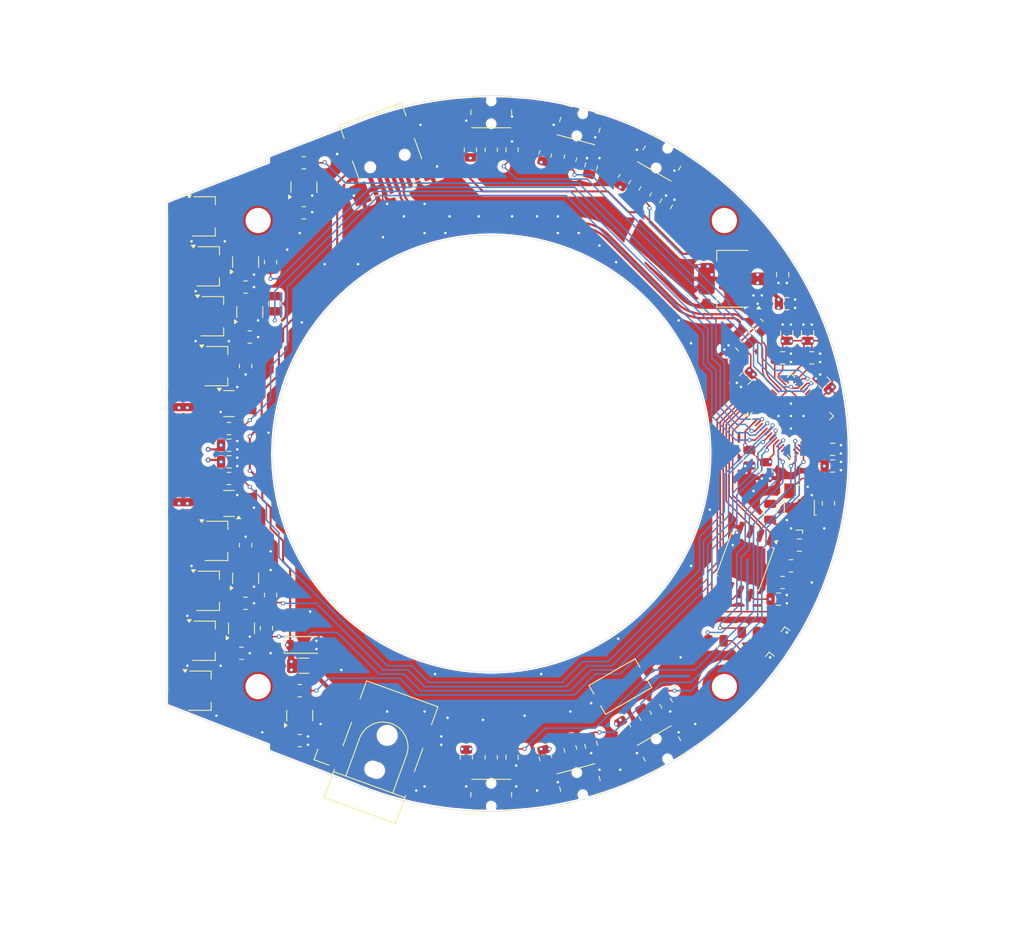
<source format=kicad_pcb>
(kicad_pcb (version 20240108) (generator "pcbnew") (generator_version "8.0")
  (layers (0 "F.Cu" signal) (1 "In1.Cu" signal) (2 "In2.Cu" signal) (31 "B.Cu" signal) (34 "B.Paste" user) (35 "F.Paste" user) (36 "B.SilkS" user "B.Silkscreen") (37 "F.SilkS" user "F.Silkscreen") (38 "B.Mask" user) (39 "F.Mask" user) (44 "Edge.Cuts" user))
  (net 0 "")
  (net 1 "GND")
  (net 4 "+12V")
  (net 5 "/l8")
  (net 6 "/l1")
  (net 7 "/l4")
  (net 8 "/l6")
  (net 9 "/l2")
  (net 10 "/l3")
  (net 11 "/l7")
  (net 12 "/l5")
  (net 13 "Net-(Q1-B)")
  (net 14 "Net-(Q1-C)")
  (net 15 "Net-(Q3-C)")
  (net 16 "Net-(Q3-B)")
  (net 17 "Net-(R1-Pad2)")
  (net 18 "Net-(R2-Pad2)")
  (net 19 "Net-(R3-Pad2)")
  (net 20 "Net-(R10-Pad1)")
  (net 21 "Net-(R11-Pad1)")
  (net 22 "Net-(R12-Pad1)")
  (net 23 "/c1")
  (net 24 "/c2")
  (net 25 "+1V1")
  (net 26 "+3V3")
  (net 27 "/XIN")
  (net 28 "Net-(C22-Pad1)")
  (net 29 "Net-(F1-Pad1)")
  (net 30 "Net-(U1-USB_DP)")
  (net 31 "Net-(U1-USB_DM)")
  (net 32 "/~{USB_BOOT}")
  (net 33 "/QSPI_SS")
  (net 34 "/XOUT")
  (net 35 "/GPIO16")
  (net 36 "/GPIO11")
  (net 37 "/SWCLK")
  (net 38 "/GPIO8")
  (net 39 "/QSPI_SD1")
  (net 40 "/GPIO21")
  (net 41 "/GPIO12")
  (net 42 "/GPIO24")
  (net 43 "/QSPI_SD2")
  (net 44 "/GPIO20")
  (net 45 "/QSPI_SD3")
  (net 46 "/GPIO19")
  (net 47 "/GPIO27")
  (net 48 "/GPIO17")
  (net 49 "/RUN")
  (net 50 "/GPIO25")
  (net 51 "/GPIO14")
  (net 52 "/GPIO9")
  (net 53 "/QSPI_SD0")
  (net 54 "/GPIO10")
  (net 55 "/QSPI_SCLK")
  (net 56 "/GPIO18")
  (net 57 "/SWDIO")
  (net 58 "/GPIO29")
  (net 59 "/GPIO22")
  (net 60 "/GPIO28")
  (net 61 "/GPIO13")
  (net 62 "/GPIO26")
  (net 63 "/GPIO15")
  (net 64 "/GPIO23")
  (net 65 "Net-(Q5-C)")
  (net 66 "Net-(Q5-B)")
  (net 67 "Net-(Q7-C)")
  (net 68 "Net-(Q7-B)")
  (net 69 "Net-(Q10-B)")
  (net 70 "Net-(Q10-E)")
  (net 71 "Net-(Q11-B)")
  (net 72 "Net-(Q11-C)")
  (net 73 "Net-(Q13-B)")
  (net 74 "Net-(Q13-C)")
  (net 75 "Net-(Q15-C)")
  (net 76 "Net-(Q15-B)")
  (net 77 "/c3")
  (net 78 "/c4")
  (net 79 "/c5")
  (net 80 "/c6")
  (net 81 "/c7")
  (net 82 "/c8")
  (net 83 "/usb-")
  (net 84 "/usb+")
  (net 85 "Net-(D2-A)")
  (net 86 "Net-(D3-A)")
  (net 87 "unconnected-(H1-Pad1)")
  (net 89 "unconnected-(H3-Pad1)")
  (footprint "Package_TO_SOT_SMD:SOT-23" (layer "F.Cu") (at 120 121 90)
    (property "Reference" "Q13" (hide yes))
    (property "Value" "BC850")
  )
  (footprint "Package_TO_SOT_SMD:SOT-89-3" (layer "F.Cu") (at 115.5 122.5)
    (property "Reference" "Q14" (hide yes))
    (property "Value" "BCX56")
  )
  (footprint "Button_Switch_SMD:Panasonic_EVQPUL_EVQPUC" (layer "F.Cu") (at 160.644124 60.5 -15)
    (property "Reference" "SW2" (hide yes))
    (property "Value" "SW_Push")
  )
  (footprint "Capacitor_SMD:C_0805_2012Metric" (layer "F.Cu") (at 118.5 101)
    (property "Reference" "C24" (hide yes))
    (property "Value" "1u")
  )
  (footprint "Capacitor_SMD:C_0805_2012Metric" (layer "F.Cu") (at 162 65.5 75)
    (property "Reference" "C2" (hide yes))
    (property "Value" "10n")
  )
  (footprint "Capacitor_SMD:C_0805_2012Metric" (layer "F.Cu") (at 191 99.5)
    (property "Reference" "C8" (hide yes))
    (property "Value" "100n")
  )
  (footprint "flatwiresolder:conn_01x10" (layer "F.Cu") (at 113 94.42)
    (property "Reference" "J3" (hide yes))
    (property "Value" "Conn_01x10_Socket")
  )
  (footprint "Mounting_Wuerth:Mounting_Wuerth_WA-SMSI-M2_H8mm_9774080243" (layer "F.Cu") (at 122 72)
    (property "Reference" "H3" (hide yes))
    (property "Value" "MountingHole_Pad")
  )
  (footprint "Resistor_SMD:R_0805_2012Metric" (layer "F.Cu") (at 159.5 135.5 105)
    (property "Reference" "R11" (hide yes))
    (property "Value" "47k")
  )
  (footprint "Capacitor_SMD:C_0805_2012Metric" (layer "F.Cu") (at 188.5 88.5)
    (property "Reference" "C10" (hide yes))
    (property "Value" "100n")
  )
  (footprint "Capacitor_SMD:C_0805_2012Metric" (layer "F.Cu") (at 152.5 136.5 -90)
    (property "Reference" "C4" (hide yes))
    (property "Value" "10n")
  )
  (footprint "Package_TO_SOT_SMD:SOT-89-3" (layer "F.Cu") (at 116 77.5)
    (property "Reference" "Q4" (hide yes))
    (property "Value" "BCX56")
  )
  (footprint "Package_TO_SOT_SMD:SOT-23" (layer "F.Cu") (at 120.5 115 90)
    (property "Reference" "Q11" (hide yes))
    (property "Value" "BC850")
  )
  (footprint "Package_TO_SOT_SMD:SOT-23" (layer "F.Cu") (at 127.5 68 90)
    (property "Reference" "Q1" (hide yes))
    (property "Value" "BC850")
  )
  (footprint "Capacitor_SMD:C_0805_2012Metric" (layer "F.Cu") (at 180.5 91 -135)
    (property "Reference" "C17" (hide yes))
    (property "Value" "100n")
  )
  (footprint "Package_DFN_QFN:QFN-56-1EP_7x7mm_P0.4mm_EP3.2x3.2mm" (layer "F.Cu") (at 186 95.5 45)
    (property "Reference" "U1" (hide yes))
    (property "Value" "RP2040")
  )
  (footprint "Capacitor_SMD:C_0805_2012Metric" (layer "F.Cu") (at 162 135 -75)
    (property "Reference" "C5" (hide yes))
    (property "Value" "10n")
  )
  (footprint "Resistor_SMD:R_0805_2012Metric" (layer "F.Cu") (at 121 86)
    (property "Reference" "R18" (hide yes))
    (property "Value" "12R")
  )
  (footprint "Resistor_SMD:R_0805_2012Metric" (layer "F.Cu") (at 156.5 136.5 -75)
    (property "Reference" "R8" (hide yes))
    (property "Value" "10k")
  )
  (footprint "Package_TO_SOT_SMD:SOT-89-3" (layer "F.Cu") (at 116 116.5)
    (property "Reference" "Q12" (hide yes))
    (property "Value" "BCX56")
  )
  (footprint "Mounting_Wuerth:Mounting_Wuerth_WA-SMSI-M2_H8mm_9774080243" (layer "F.Cu") (at 122 128)
    (property "Reference" "H2" (hide yes))
    (property "Value" "MountingHole_Pad")
  )
  (footprint "Resistor_SMD:R_0805_2012Metric" (layer "F.Cu") (at 120.5 80)
    (property "Reference" "R16" (hide yes))
    (property "Value" "12R")
  )
  (footprint "Button_Switch_SMD:SW_Tactile_SPST_NO_Straight_CK_PTS636Sx25SMTRLFS" (layer "F.Cu") (at 165.5 128 30)
    (property "Reference" "SW8" (hide yes))
    (property "Value" "SW_Push")
  )
  (footprint "Resistor_SMD:R_0805_2012Metric" (layer "F.Cu") (at 118.5 103 180)
    (property "Reference" "R21" (hide yes))
    (property "Value" "1k")
  )
  (footprint "Package_SO:SOIC-8_5.23x5.23mm_P1.27mm" (layer "F.Cu") (at 180.5 113 -110)
    (property "Reference" "U3" (hide yes))
    (property "Value" "W25Q128JVS")
  )
  (footprint "Resistor_SMD:R_0805_2012Metric" (layer "F.Cu") (at 123.5 117 90)
    (property "Reference" "R23" (hide yes))
    (property "Value" "1k")
  )
  (footprint "Capacitor_SMD:C_0805_2012Metric" (layer "F.Cu") (at 183.5 107 -90)
    (property "Reference" "C21" (hide yes))
    (property "Value" "14p")
  )
  (footprint "Resistor_SMD:R_0805_2012Metric" (layer "F.Cu") (at 127.5 71.0625)
    (property "Reference" "R14" (hide yes))
    (property "Value" "12R")
  )
  (footprint "Resistor_SMD:R_0805_2012Metric" (layer "F.Cu") (at 168.5 131.5 120)
    (property "Reference" "R12" (hide yes))
    (property "Value" "47k")
  )
  (footprint "Capacitor_SMD:C_0805_2012Metric" (layer "F.Cu") (at 185 78.5 -90)
    (property "Reference" "C18" (hide yes))
    (property "Value" "10u")
  )
  (footprint "Mounting_Wuerth:Mounting_Wuerth_WA-SMSI-M2_H8mm_9774080243" (layer "F.Cu") (at 178 128)
    (property "Reference" "H4" (hide yes))
    (property "Value" "MountingHole_Pad")
  )
  (footprint "Button_Switch_SMD:Panasonic_EVQPUL_EVQPUC" (layer "F.Cu") (at 170.5 135.5 -150)
    (property "Reference" "SW6" (hide yes))
    (property "Value" "SW_Push")
  )
  (footprint "Package_TO_SOT_SMD:SOT-23" (layer "F.Cu") (at 121 83 90)
    (property "Reference" "Q5" (hide yes))
    (property "Value" "BC850")
  )
  (footprint "Resistor_SMD:R_0805_2012Metric" (layer "F.Cu") (at 127.5 65.0625 180)
    (property "Reference" "R13" (hide yes))
    (property "Value" "1k")
  )
  (footprint "Capacitor_SMD:C_0805_2012Metric" (layer "F.Cu") (at 171 130 -60)
    (property "Reference" "C6" (hide yes))
    (property "Value" "10n")
  )
  (footprint "Connector_BarrelJack:BarrelJack_CLIFF_FC681465S_SMT_Horizontal" (layer "F.Cu") (at 136.99186 135.274892 70)
    (property "Reference" "J2" (hide yes))
    (property "Value" "Barrel_Jack_Switch_Pin3Ring")
  )
  (footprint "Package_TO_SOT_SMD:SOT-89-3" (layer "F.Cu") (at 117 110.5)
    (property "Reference" "Q10" (hide yes))
    (property "Value" "BCX56")
  )
  (footprint "Capacitor_SMD:C_0805_2012Metric" (layer "F.Cu") (at 190 91.5 135)
    (property "Reference" "C15" (hide yes))
    (property "Value" "100n")
  )
  (footprint "Package_TO_SOT_SMD:SOT-23" (layer "F.Cu") (at 118.5 94)
    (property "Reference" "Q7" (hide yes))
    (property "Value" "BC850")
  )
  (footprint "Resistor_SMD:R_0805_2012Metric" (layer "F.Cu") (at 124 82 90)
    (property "Reference" "R17" (hide yes))
    (property "Value" "1k")
  )
  (footprint "Resistor_SMD:R_0805_2012Metric" (layer "F.Cu") (at 120.5 118)
    (property "Reference" "R24" (hide yes))
    (property "Value" "12R")
  )
  (footprint "Resistor_SMD:R_0805_2012Metric" (layer "F.Cu") (at 123.5 77 90)
    (property "Reference" "R15" (hide yes))
    (property "Value" "1k")
  )
  (footprint "Resistor_SMD:R_0805_2012Metric" (layer "F.Cu") (at 120.5 111 90)
    (property "Reference" "R22" (hide yes))
    (property "Value" "12R")
  )
  (footprint "Package_TO_SOT_SMD:SOT-89-3" (layer "F.Cu") (at 115 128.5)
    (property "Reference" "Q16" (hide yes))
    (property "Value" "BCX56")
  )
  (footprint "Package_TO_SOT_SMD:SOT-89-3" (layer "F.Cu") (at 115.5 71.5)
    (property "Reference" "Q2" (hide yes))
    (property "Value" "BCX56")
  )
  (footprint "Button_Switch_SMD:Panasonic_EVQPUL_EVQPUC" (layer "F.Cu") (at 170.5 64.5 -30)
    (property "Reference" "SW3" (hide yes))
    (property "Value" "SW_Push")
  )
  (footprint "Capacitor_SMD:C_0805_2012Metric" (layer "F.Cu") (at 181 100.5 -90)
    (property "Reference" "C12" (hide yes))
    (property "Value" "100n")
  )
  (footprint "Resistor_SMD:R_0805_2012Metric" (layer "F.Cu") (at 166 133 -60)
    (property "Reference" "R9" (hide yes))
    (property "Value" "10k")
  )
  (footprint "Package_TO_SOT_SMD:SOT-23" (layer "F.Cu") (at 120.5 77 90)
    (property "Reference" "Q3" (hide yes))
    (property "Value" "BC850")
  )
  (footprint "Package_TO_SOT_SMD:SOT-223-3_TabPin2" (layer "F.Cu") (at 179 79 180)
    (property "Reference" "U2" (hide yes))
    (property "Value" "AMS1117-3.3")
  )
  (footprint "Resistor_SMD:R_0805_2012Metric" (layer "F.Cu") (at 159.5 64.5 -105)
    (property "Reference" "R5" (hide yes))
    (property "Value" "47k")
  )
  (footprint "Capacitor_SMD:C_0805_2012Metric" (layer "F.Cu") (at 185.5 82)
    (property "Reference" "C19" (hide yes))
    (property "Value" "10u")
  )
  (footprint "Resistor_SMD:R_0805_2012Metric" (layer "F.Cu") (at 180.5 86 135)
    (property "Reference" "R29" (hide yes))
    (property "Value" "27R")
  )
  (footprint "Resistor_SMD:R_0805_2012Metric" (layer "F.Cu") (at 118.5 97 180)
    (property "Reference" "R19" (hide yes))
    (property "Value" "1k")
  )
  (footprint "Package_TO_SOT_SMD:SOT-89-3" (layer "F.Cu") (at 116.5 83.5)
    (property "Reference" "Q6" (hide yes))
    (property "Value" "BCX56")
  )
  (footprint "Button_Switch_SMD:Panasonic_EVQPUL_EVQPUC" (layer "F.Cu") (at 150 59)
    (property "Reference" "SW1" (hide yes))
    (property "Value" "SW_Push")
  )
  (footprint "Button_Switch_SMD:Panasonic_EVQPUL_EVQPUC" (layer "F.Cu") (at 150 141 180)
    (property "Reference" "SW4" (hide yes))
    (property "Value" "SW_Push")
  )
  (footprint "Capacitor_SMD:C_0805_2012Metric" (layer "F.Cu") (at 183 102 -90)
    (property "Reference" "C14" (hide yes))
    (property "Value" "100n")
  )
  (footprint "Mounting_Wuerth:Mounting_Wuerth_WA-SMSI-M2_H8mm_9774080243" (layer "F.Cu") (at 178 72)
    (property "Reference" "H1" (hide yes))
    (property "Value" "MountingHole_Pad")
  )
  (footprint "Resistor_SMD:R_0805_2012Metric" (layer "F.Cu") (at 127 128.5 180)
    (property "Reference" "R27" (hide yes))
    (property "Value" "1k")
  )
  (footprint "Resistor_SMD:R_0805_2012Metric" (layer "F.Cu") (at 156.5 64 75)
    (property "Reference" "R2" (hide yes))
    (property "Value" "10k")
  )
  (footprint "Button_Switch_SMD:Panasonic_EVQPUL_EVQPUC" (layer "F.Cu") (at 160.644124 139.671852 -165)
    (property "Reference" "SW5" (hide yes))
    (property "Value" "SW_Push")
  )
  (footprint "Capacitor_SMD:C_0805_2012Metric" (layer "F.Cu") (at 188 85.5 90)
    (property "Reference" "C13" (hide yes))
    (property "Value" "100n")
  )
  (footprint "Resistor_SMD:R_0805_2012Metric" (layer "F.Cu") (at 168.5 68.5 -120)
    (property "Reference" "R6" (hide yes))
    (property "Value" "47k")
  )
  (footprint "Resistor_SMD:R_0805_2012Metric" (layer "F.Cu") (at 127 134.5)
    (property "Reference" "R28" (hide yes))
    (property "Value" "12R")
  )
  (footprint "Resistor_SMD:R_0805_2012Metric" (layer "F.Cu") (at 150 63.5 -90)
    (property "Reference" "R4" (hide yes))
    (property "Value" "47k")
  )
  (footprint "Resistor_SMD:R_0805_2012Metric" (layer "F.Cu") (at 120 124)
    (property "Reference" "R26" (hide yes))
    (property "Value" "12R")
  )
  (footprint "Capacitor_SMD:C_0805_2012Metric" (layer "F.Cu") (at 171 70 60)
    (property "Reference" "C3" (hide yes))
    (property "Value" "10n")
  )
  (footprint "Diode_SMD:D_SOD-123" (layer "F.Cu") (at 127.5 123)
    (property "Reference" "D1" (hide yes))
    (property "Value" "1N4148W")
  )
  (footprint "LED_SMD:LED_Kingbright_APA1606_1.6x0.6mm_Horizontal" (layer "F.Cu") (at 183 125.5 -130)
    (property "Reference" "D3" (hide yes))
    (property "Value" "rd")
  )
  (footprint "Resistor_SMD:R_0805_2012Metric" (layer "F.Cu") (at 150 136.5 90)
    (property "Reference" "R10" (hide yes))
    (property "Value" "47k")
  )
  (footprint "Resistor_SMD:R_0805_2012Metric" (layer "F.Cu") (at 120.5 89.5 -90)
    (property "Reference" "R20" (hide yes))
    (property "Value" "12R")
  )
  (footprint "Crystal:Crystal_SMD_Abracon_ABM3B-4Pin_5.0x3.2mm" (layer "F.Cu") (at 187 106.5 90)
    (property "Reference" "Y1" (hide yes))
    (property "Value" "12.000MHz 12p")
  )
  (footprint "Resistor_SMD:R_0805_2012Metric" (layer "F.Cu") (at 181 121.5)
    (property "Reference" "R34" (hide yes))
    (property "Value" "680R")
  )
  (footprint "Capacitor_SMD:C_0805_2012Metric" (layer "F.Cu") (at 185 88.5)
    (property "Reference" "C9" (hide yes))
    (property "Value" "1u")
  )
  (footprint "Package_TO_SOT_SMD:SOT-89-3" (layer "F.Cu") (at 117 89.5)
    (property "Reference" "Q8" (hide yes))
    (property "Value" "BCX56")
  )
  (footprint "LED_SMD:LED_Kingbright_APA1606_1.6x0.6mm_Horizontal" (layer "F.Cu") (at 185 122.5 -125)
    (property "Reference" "D2" (hide yes))
    (property "Value" "rd")
  )
  (footprint "Package_TO_SOT_SMD:SOT-23" (layer "F.Cu") (at 127 131.5 90)
    (property "Reference" "Q15" (hide yes))
    (property "Value" "BC850")
  )
  (footprint "Resistor_SMD:R_0805_2012Metric" (layer "F.Cu") (at 166 67 60)
    (property "Reference" "R3" (hide yes))
    (property "Value" "10k")
  )
  (footprint "Capacitor_SMD:C_0805_2012Metric" (layer "F.Cu") (at 184.5 117.5)
    (property "Reference" "C20" (hide yes))
    (property "Value" "100n")
  )
  (footprint "Capacitor_SMD:C_0805_2012Metric" (layer "F.Cu") (at 152.5 63.5 90)
    (property "Reference" "C1" (hide yes))
    (property "Value" "10n")
  )
  (footprint "Capacitor_SMD:C_0805_2012Metric" (layer "F.Cu") (at 187 111 180)
    (property "Reference" "C22" (hide yes))
    (property "Value" "14p")
  )
  (footprint "Resistor_SMD:R_0805_2012Metric" (layer "F.Cu") (at 147.5 63.5 90)
    (property "Reference" "R1" (hide yes))
    (property "Value" "10k")
  )
  (footprint "Connector_USB:USB_Mini-B_Wuerth_65100516121_Horizontal" (layer "F.Cu") (at 137.542753 64.854015 -160)
    (property "Reference" "J1" (hide yes))
    (property "Value" "USB_B_Mini")
  )
  (footprint "Resistor_SMD:R_0805_2012Metric" (layer "F.Cu") (at 123 121 90)
    (property "Reference" "R25" (hide yes))
    (property "Value" "1k")
  )
  (footprint "Capacitor_SMD:C_0805_2012Metric" (layer "F.Cu") (at 179 88 135)
    (property "Reference" "C7" (hide yes))
    (property "Value" "100n")
  )
  (footprint "Fuse:Fuse_1206_3216Metric" (layer "F.Cu") (at 127.5 125.5 180)
    (property "Reference" "F1" (hide yes))
    (property "Value" ".75A")
  )
  (footprint "Resistor_SMD:R_0805_2012Metric" (layer "F.Cu") (at 177 122.5)
    (property "Reference" "R35" (hide yes))
    (property "Value" "680R")
  )
  (footprint "Capacitor_SMD:C_0805_2012Metric" (layer "F.Cu") (at 185.5 85.5 90)
    (property "Reference" "C11" (hide yes))
    (property "Value" "1u")
  )
  (footprint "Resistor_SMD:R_0805_2012Metric" (layer "F.Cu") (at 186 113.5)
    (property "Reference" "R31" (hide yes))
    (property "Value" "1k")
  )
  (footprint "Resistor_SMD:R_0805_2012Metric" (layer "F.Cu") (at 182 84.5 135)
    (property "Reference" "R30" (hide yes))
    (property "Value" "27R")
  )
  (footprint "Capacitor_SMD:C_0805_2012Metric" (layer "F.Cu") (at 191 101.5)
    (property "Reference" "C16" (hide yes))
    (property "Value" "100n")
  )
  (footprint "Capacitor_SMD:C_0805_2012Metric" (layer "F.Cu") (at 118.5 99)
    (property "Reference" "C23" (hide yes))
    (property "Value" "1u")
  )
  (footprint "Resistor_SMD:R_0805_2012Metric" (layer "F.Cu") (at 147 136.5 -90)
    (property "Reference" "R7" (hide yes))
    (property "Value" "10k")
  )
  (footprint "Package_TO_SOT_SMD:SOT-23" (layer "F.Cu") (at 118.5 106 180)
    (property "Reference" "Q9" (hide yes))
    (property "Value" "BC850")
  )
  (footprint "Resistor_SMD:R_0805_2012Metric" (layer "F.Cu") (at 190.5 106 -90)
    (property "Reference" "R33" (hide yes))
    (property "Value" "1k")
  )
  (footprint "Resistor_SMD:R_0805_2012Metric" (layer "F.Cu") (at 185 115.5)
    (property "Reference" "R32" (hide yes))
    (property "Value" "10k")
  )
  (gr_line (start 138.5 67.5) (end 138.75 68.25) (stroke (width 0.2)) (layer "F.Cu") (net 84))
  (gr_line (start 139 66.5) (end 139.5 68) (stroke (width 0.2)) (layer "F.Cu") (net 83))
  (gr_line (start 111 69.75) (end 111 130.25) (stroke (width 0.05)) (layer "Edge.Cuts"))
  (gr_line (start 111 69.75) (end 123.25 65) (stroke (width 0.05)) (layer "Edge.Cuts"))
  (gr_line (start 123.25 135) (end 123.25 135.75) (stroke (width 0.05)) (layer "Edge.Cuts"))
  (gr_line (start 123.25 135.75) (end 133 139.5) (stroke (width 0.05)) (layer "Edge.Cuts"))
  (gr_arc (start 133 60.500001) (mid 193.002906 100) (end 133 139.499999) (stroke (width 0.05)) (layer "Edge.Cuts"))
  (gr_line (start 123.25 64.25) (end 133 60.5) (stroke (width 0.05)) (layer "Edge.Cuts"))
  (gr_circle (center 150 100) (end 150 73.75) (stroke (width 0.05)) (fill none) (layer "Edge.Cuts"))
  (gr_line (start 111 130.25) (end 123.25 135) (stroke (width 0.05)) (layer "Edge.Cuts"))
  (gr_line (start 123.25 64.25) (end 123.25 65) (stroke (width 0.05)) (layer "Edge.Cuts"))
  (segment (start 121.45 78.45) (end 121.5 78.5) (width 0.25) (layer "F.Cu") (net 1))
  (segment (start 129 123) (end 129.15 123) (width 0.5) (layer "F.Cu") (net 1))
  (segment (start 121.5 80) (end 121.5 79.9125) (width 0.25) (layer "F.Cu") (net 1))
  (segment (start 121 124) (end 120.9125 121.975) (width 0.25) (layer "F.Cu") (net 1))
  (segment (start 129.5 123) (end 129 123) (width 0.5) (layer "F.Cu") (net 1))
  (segment (start 128.45 68.9375) (end 128.5 69) (width 0.25) (layer "F.Cu") (net 1))
  (segment (start 121.9125 86) (end 122 86) (width 0.25) (layer "F.Cu") (net 1))
  (segment (start 185.5 108) (end 185.799999 107.700001) (width 0.18) (layer "F.Cu") (net 1))
  (segment (start 162 136) (end 162.959683 136.631435) (width 0.25) (layer "F.Cu") (net 1))
  (segment (start 121.4125 80) (end 121.5 80) (width 0.25) (layer "F.Cu") (net 1))
  (segment (start 186 97) (end 186 95.5) (width 0.18) (layer "F.Cu") (net 1))
  (segment (start 121.45 79.9625) (end 121.4125 80) (width 0.25) (layer "F.Cu") (net 1))
  (segment (start 143.18623 134.336925) (end 131.849305 123) (width 0.5) (layer "F.Cu") (net 1))
  (segment (start 185.799999 109.200001) (end 185.799999 110.749999) (width 0.18) (layer "F.Cu") (net 1))
  (segment (start 127.95 133.95) (end 128 134) (width 0.25) (layer "F.Cu") (net 1))
  (segment (start 121 121.8875) (end 120.95 121.9375) (width 0.25) (layer "F.Cu") (net 1))
  (segment (start 152.5 140.025) (end 152.625 140.15) (width 0.25) (layer "F.Cu") (net 1))
  (segment (start 186 95.5) (end 184.5 95.5) (width 0.18) (layer "F.Cu") (net 1))
  (segment (start 131.849305 123) (end 129.5 123) (width 0.5) (layer "F.Cu") (net 1))
  (segment (start 120.9125 121.975) (end 120.8875 122) (width 0.25) (layer "F.Cu") (net 1))
  (segment (start 186 95.5) (end 186 96.914213) (width 0.18) (layer "F.Cu") (net 1))
  (segment (start 136.962699 69.462699) (end 137.5 70) (width 0.18) (layer "F.Cu") (net 1))
  (segment (start 185.799999 108.299999) (end 185.5 108) (width 0.18) (layer "F.Cu") (net 1))
  (segment (start 162.959683 136.631435) (end 162.959683 137.959683) (width 0.25) (layer "F.Cu") (net 1))
  (segment (start 162.245878 135.91763) (end 162 136) (width 0.25) (layer "F.Cu") (net 1))
  (segment (start 128.45 71.025) (end 128.4125 71.0625) (width 0.25) (layer "F.Cu") (net 1))
  (segment (start 162.959683 137.959683) (end 163 138) (width 0.25) (layer "F.Cu") (net 1))
  (segment (start 185.799999 108.5) (end 185.799999 108.799999) (width 0.18) (layer "F.Cu") (net 1))
  (segment (start 186 96.914213) (end 187.723573 98.637786) (width 0.18) (layer "F.Cu") (net 1))
  (segment (start 122 86) (end 122 85.9125) (width 0.25) (layer "F.Cu") (net 1))
  (segment (start 152.5 137.45) (end 152.5 140.025) (width 0.25) (layer "F.Cu") (net 1))
  (segment (start 121.95 85.9625) (end 121.9125 86) (width 0.25) (layer "F.Cu") (net 1))
  (segment (start 128.5 71) (end 128.45 71.025) (width 0.25) (layer "F.Cu") (net 1))
  (segment (start 162.959683 138.040317) (end 162.959683 138.171415) (width 0.25) (layer "F.Cu") (net 1))
  (segment (start 121.5 78.5) (end 121.45 78.55) (width 0.25) (layer "F.Cu") (net 1))
  (segment (start 185.799999 108.799999) (end 186 109) (width 0.18) (layer "F.Cu") (net 1))
  (segment (start 122 85.9125) (end 121.9125 86) (width 0.25) (layer "F.Cu") (net 1))
  (segment (start 136.962699 67.938417) (end 136.962699 69.462699) (width 0.18) (layer "F.Cu") (net 1))
  (segment (start 187.5 95.5) (end 186 95.5) (width 0.18) (layer "F.Cu") (net 1))
  (segment (start 127.95 134.05) (end 127.95 134.4625) (width 0.25) (layer "F.Cu") (net 1))
  (segment (start 121.95 83.95) (end 122 84) (width 0.25) (layer "F.Cu") (net 1))
  (segment (start 121.95 83.9375) (end 121.95 83.95) (width 0.25) (layer "F.Cu") (net 1))
  (segment (start 192.017319 99.5) (end 192.245507 99.271812) (width 0.18) (layer "F.Cu") (net 1))
  (segment (start 121.95 84.05) (end 121.95 85.9625) (width 0.25) (layer "F.Cu") (net 1))
  (segment (start 121.5 79.9125) (end 121.4125 80) (width 0.25) (layer "F.Cu") (net 1))
  (segment (start 128.5 69) (end 128.5 71) (width 0.25) (layer "F.Cu") (net 1))
  (segment (start 121.45 77.9375) (end 121.45 78.45) (width 0.25) (layer "F.Cu") (net 1))
  (segment (start 185.799999 110.749999) (end 186.05 111) (width 0.18) (layer "F.Cu") (net 1))
  (segment (start 141.134109 139.975081) (end 143.18623 137.92296) (width 0.5) (layer "F.Cu") (net 1))
  (segment (start 186 109) (end 185.799999 109.200001) (width 0.18) (layer "F.Cu") (net 1))
  (segment (start 127.95 132.4375) (end 127.95 133.95) (width 0.25) (layer "F.Cu") (net 1))
  (segment (start 128 134) (end 127.95 134.05) (width 0.25) (layer "F.Cu") (net 1))
  (segment (start 163 138) (end 162.959683 138.040317) (width 0.25) (layer "F.Cu") (net 1))
  (segment (start 185.799999 106.900002) (end 188.200001 104.5) (width 0.18) (layer "F.Cu") (net 1))
  (segment (start 127.95 134.4625) (end 127.9125 134.5) (width 0.25) (layer "F.Cu") (net 1))
  (segment (start 143.18623 137.92296) (end 143.18623 134.336925) (width 0.5) (layer "F.Cu") (net 1))
  (segment (start 120.9125 124) (end 121 124) (width 0.25) (layer "F.Cu") (net 1))
  (segment (start 184.05 108.5) (end 183.5 107.95) (width 0.18) (layer "F.Cu") (net 1))
  (segment (start 186 94) (end 186 95.5) (width 0.18) (layer "F.Cu") (net 1))
  (segment (start 121 122) (end 121 121.8875) (width 0.25) (layer "F.Cu") (net 1))
  (segment (start 185.799999 108.5) (end 185.799999 108.299999) (width 0.18) (layer "F.Cu") (net 1))
  (segment (start 121.45 78.55) (end 121.45 79.9625) (width 0.25) (layer "F.Cu") (net 1))
  (segment (start 122 84) (end 121.95 84.05) (width 0.25) (layer "F.Cu") (net 1))
  (segment (start 120.8875 122) (end 121 122) (width 0.25) (layer "F.Cu") (net 1))
  (segment (start 185.799999 107.700001) (end 185.799999 106.900002) (width 0.18) (layer "F.Cu") (net 1))
  (segment (start 185.799999 108.5) (end 184.05 108.5) (width 0.18) (layer "F.Cu") (net 1))
  (via (at 163 64.5) (size 0.5) (drill 0.3) (layers "F.Cu" "B.Cu") (net 1))
  (via (at 189.5 90.5) (size 0.5) (drill 0.3) (layers "F.Cu" "B.Cu") (net 1))
  (via (at 179.5 109.5) (size 0.5) (drill 0.3) (layers "F.Cu" "B.Cu") (net 1))
  (via (at 119.5 99.5) (size 0.5) (drill 0.3) (layers "F.Cu" "B.Cu") (net 1))
  (via (at 192 102) (size 0.5) (drill 0.3) (layers "F.Cu" "B.Cu") (net 1))
  (via (at 172.5 133.5) (size 0.5) (drill 0.3) (layers "F.Cu" "B.Cu") (net 1))
  (via (at 137.5 70) (size 0.5) (drill 0.3) (layers "F.Cu" "B.Cu") (net 1))
  (via (at 142 131) (size 0.5) (drill 0.3) (layers "F.Cu" "B.Cu") (net 1))
  (via (at 189 91) (size 0.5) (drill 0.3) (layers "F.Cu" "B.Cu") (net 1))
  (via (at 163 138) (size 0.5) (drill 0.3) (layers "F.Cu" "B.Cu") (net 1))
  (via (at 141.5 60.5) (size 0.5) (drill 0.3) (layers "F.Cu" "B.Cu") (net 1))
  (via (at 190 109) (size 0.5) (drill 0.3) (layers "F.Cu" "B.Cu") (net 1))
  (via (at 144.75 131.75) (size 0.5) (drill 0.3) (layers "F.Cu" "B.Cu") (net 1))
  (via (at 165 77) (size 0.5) (drill 0.3) (layers "F.Cu" "B.Cu") (net 1))
  (via (at 114 74.5) (size 0.5) (drill 0.3) (layers "F.Cu" "B.Cu") (net 1))
  (via (at 181.5 81) (size 0.5) (drill 0.3) (layers "F.Cu" "B.Cu") (net 1))
  (via (at 137.5 131) (size 0.5) (drill 0.3) (layers "F.Cu" "B.Cu") (net 1))
  (via (at 125.5 75.5) (size 0.5) (drill 0.3) (layers "F.Cu" "B.Cu") (net 1))
  (via (at 158 71.5) (size 0.5) (drill 0.3) (layers "F.Cu" "B.Cu") (net 1))
  (via (at 162 136) (size 0.5) (drill 0.3) (layers "F.Cu" "B.Cu") (net 1))
  (via (at 186 97) (size 0.5) (drill 0.3) (layers "F.Cu" "B.Cu") (net 1))
  (via (at 167.5 136) (size 0.5) (drill 0.3) (layers "F.Cu" "B.Cu") (net 1))
  (via (at 186.5 82.5) (size 0.5) (drill 0.3) (layers "F.Cu" "B.Cu") (net 1))
  (via (at 158 139.5) (size 0.5) (drill 0.3) (layers "F.Cu" "B.Cu") (net 1))
  (via (at 118 74.5) (size 0.5) (drill 0.3) (layers "F.Cu" "B.Cu") (net 1))
  (via (at 159.5 131) (size 0.5) (drill 0.3) (layers "F.Cu" "B.Cu") (net 1))
  (via (at 145 71.5) (size 0.5) (drill 0.3) (layers "F.Cu" "B.Cu") (net 1))
  (via (at 162 130) (size 0.5) (drill 0.3) (layers "F.Cu" "B.Cu") (net 1))
  (via (at 134 77.25) (size 0.5) (drill 0.3) (layers "F.Cu" "B.Cu") (net 1))
  (via (at 186 109) (size 0.5) (drill 0.3) (layers "F.Cu" "B.Cu") (net 1))
  (via (at 172 66) (size 0.5) (drill 0.3) (layers "F.Cu" "B.Cu") (net 1))
  (via (at 147 140) (size 0.5) (drill 0.3) (layers "F.Cu" "B.Cu") (net 1))
  (via (at 180.5 101.5) (size 0.5) (drill 0.3) (layers "F.Cu" "B.Cu") (net 1))
  (via (at 114.5 86.5) (size 0.5) (drill 0.3) (layers "F.Cu" "B.Cu") (net 1))
  (via (at 181.5 104.5) (size 0.5) (drill 0.3) (layers "F.Cu" "B.Cu") (net 1))
  (via (at 192 100) (size 0.5) (drill 0.3) (layers "F.Cu" "B.Cu") (net 1))
  (via (at 143.25 126.5) (size 0.5) (drill 0.3) (layers "F.Cu" "B.Cu") (net 1))
  (via (at 192 99) (size 0.5) (drill 0.3) (layers "F.Cu" "B.Cu") (net 1))
  (via (at 128 135) (size 0.5) (drill 0.3) (layers "F.Cu" "B.Cu") (net 1))
  (via (at 186 95.5) (size 0.5) (drill 0.3) (layers "F.Cu" "B.Cu") (net 1))
  (via (at 122.5 133.5) (size 0.5) (drill 0.3) (layers "F.Cu" "B.Cu") (net 1))
  (via (at 123.5 124) (size 0.5) (drill 0.3) (layers "F.Cu" "B.Cu") (net 1))
  (via (at 148.5 71.5) (size 0.5) (drill 0.3) (layers "F.Cu" "B.Cu") (net 1))
  (via (at 176.25 106.75) (size 0.5) (drill 0.3) (layers "F.Cu" "B.Cu") (net 1))
  (via (at 122 86) (size 0.5) (drill 0.3) (layers "F.Cu" "B.Cu") (net 1))
  (via (at 114 113.5) (size 0.5) (drill 0.3) (layers "F.Cu" "B.Cu") (net 1))
  (via (at 119.5 98.5) (size 0.5) (drill 0.3) (layers "F.Cu" "B.Cu") (net 1))
  (via (at 188.5 115.5) (size 0.5) (drill 0.3) (layers "F.Cu" "B.Cu") (net 1))
  (via (at 122 84) (size 0.5) (drill 0.3) (layers "F.Cu" "B.Cu") (net 1))
  (via (at 174.5 132.5) (size 0.5) (drill 0.3) (layers "F.Cu" "B.Cu") (net 1))
  (via (at 172.5 84) (size 0.5) (drill 0.3) (layers "F.Cu" "B.Cu") (net 1))
  (via (at 129 122.5) (size 0.5) (drill 0.3) (layers "F.Cu" "B.Cu") (net 1))
  (via (at 167.5 63.5) (size 0.5) (drill 0.3) (layers "F.Cu" "B.Cu") (net 1))
  (via (at 183.5 103) (size 0.5) (drill 0.3) (layers "F.Cu" "B.Cu") (net 1))
  (via (at 123.25 97.5) (size 0.5) (drill 0.3) (layers "F.Cu" "B.Cu") (net 1))
  (via (at 184.5 79.5) (size 0.5) (drill 0.3) (layers "F.Cu" "B.Cu") (net 1))
  (via (at 117.5 95) (size 0.5) (drill 0.3) (layers "F.Cu" "B.Cu") (net 1))
  (via (at 133.5 69) (size 0.5) (drill 0.3) (layers "F.Cu" "B.Cu") (net 1))
  (via (at 141 140.5) (size 0.5) (drill 0.3) (layers "F.Cu" "B.Cu") (net 1))
  (via (at 186 88) (size 0.5) (drill 0.3) (layers "F.Cu" "B.Cu") (net 1))
  (via (at 171.5 131) (size 0.5) (drill 0.3) (layers "F.Cu" "B.Cu") (net 1))
  (via (at 163 75) (size 0.5) (drill 0.3) (layers "F.Cu" "B.Cu") (net 1))
  (via (at 137 74) (size 0.5) (drill 0.3) (layers "F.Cu" "B.Cu") (net 1))
  (via (at 184.5 95.5) (size 0.5) (drill 0.3) (layers "F.Cu" "B.Cu") (net 1))
  (via (at 149 132) (size 0.5) (drill 0.3) (layers "F.Cu" "B.Cu") (net 1))
  (via (at 155.5 140.5) (size 0.5) (drill 0.3) (layers "F.Cu" "B.Cu") (net 1))
  (via (at 120.5 110) (size 0.5) (drill 0.3) (layers "F.Cu" "B.Cu") (net 1))
  (via (at 158 73.5) (size 0.5) (drill 0.3) (layers "F.Cu" "B.Cu") (net 1))
  (via (at 117.5 125.5) (size 0.5) (drill 0.3) (layers "F.Cu" "B.Cu") (net 1))
  (via (at 113.5 125.5) (size 0.5) (drill 0.3) (layers "F.Cu" "B.Cu") (net 1))
  (via (at 119.5 92) (size 0.5) (drill 0.3) (layers "F.Cu" "B.Cu") (net 1))
  (via (at 179 111) (size 0.5) (drill 0.3) (layers "F.Cu" "B.Cu") (net 1))
  (via (at 142 70) (size 0.5) (drill 0.3) (layers "F.Cu" "B.Cu") (net 1))
  (via (at 188 104) (size 0.5) (drill 0.3) (layers "F.Cu" "B.Cu") (net 1))
  (via (at 185.5 118) (size 0.5) (drill 0.3) (layers "F.Cu" "B.Cu") (net 1))
  (via (at 179.5 91.5) (size 0.5) (drill 0.3) (layers "F.Cu" "B.Cu") (net 1))
  (via (at 120.5 90.5) (size 0.5) (drill 0.3) (layers "F.Cu" "B.Cu") (net 1))
  (via (at 171 69) (size 0.5) (drill 0.3) (layers "F.Cu" "B.Cu") (net 1))
  (via (at 128.25 119) (size 0.5) (drill 0.3) (layers "F.Cu" "B.Cu") (net 1))
  (via (at 129 123.5) (size 0.5) (drill 0.3) (layers "F.Cu" "B.Cu") (net 1))
  (via (at 178.5 87) (size 0.5) (drill 0.3) (layers "F.Cu" "B.Cu") (net 1))
  (via (at 132 126) (size 0.5) (drill 0.3) (layers "F.Cu" "B.Cu") (net 1))
  (via (at 119.5 105) (size 0.5) (drill 0.3) (layers "F.Cu" "B.Cu") (net 1))
  (via (at 121.5 116) (size 0.5) (drill 0.3) (layers "F.Cu" "B.Cu") (net 1))
  (via (at 155.5 71.5) (size 0.5) (drill 0.3) (layers "F.Cu" "B.Cu") (net 1))
  (via (at 129.5 132.5) (size 0.5) (drill 0.3) (layers "F.Cu" "B.Cu") (net 1))
  (via (at 117 131.5) (size 0.5) (drill 0.3) (layers "F.Cu" "B.Cu") (net 1))
  (via (at 180.5 82.5) (size 0.5) (drill 0.3) (layers "F.Cu" "B.Cu") (net 1))
  (via (at 144.5 73.5) (size 0.5) (drill 0.3) (layers "F.Cu" "B.Cu") (net 1))
  (via (at 144 134) (size 0.5) (drill 0.3) (layers "F.Cu" "B.Cu") (net 1))
  (via (at 113.5 119.5) (size 0.5) (drill 0.3) (layers "F.Cu" "B.Cu") (net 1))
  (via (at 185 84.5) (size 0.5) (drill 0.3) (layers "F.Cu" "B.Cu") (net 1))
  (via (at 128.5 71) (size 0.5) (drill 0.3) (layers "F.Cu" "B.Cu") (net 1))
  (via (at 142 140) (size 0.5) (drill 0.3) (layers "F.Cu" "B.Cu") (net 1))
  (via (at 130 77.25) (size 0.5) (drill 0.3) (layers "F.Cu" "B.Cu") (net 1))
  (via (at 152.5 62.5) (size 0.5) (drill 0.3) (layers "F.Cu" "B.Cu") (net 1))
  (via (at 188.5 105) (size 0.5) (drill 0.3) (layers "F.Cu" "B.Cu") (net 1))
  (via (at 186 89) (size 0.5) (drill 0.3) (layers "F.Cu" "B.Cu") (net 1))
  (via (at 121.5 78.5) (size 0.5) (drill 0.3) (layers "F.Cu" "B.Cu") (net 1))
  (via (at 187.5 84.5) (size 0.5) (drill 0.3) (layers "F.Cu" "B.Cu") (net 1))
  (via (at 172.75 124.5) (size 0.5) (drill 0.3) (layers "F.Cu" "B.Cu") (net 1))
  (via (at 121.5 80) (size 0.5) (drill 0.3) (layers "F.Cu" "B.Cu") (net 1))
  (via (at 154 131.5) (size 0.5) (drill 0.3) (layers "F.Cu" "B.Cu") (net 1))
  (via (at 144 135) (size 0.5) (drill 0.3) (layers "F.Cu" "B.Cu") (net 1))
  (via (at 160.5 73.5) (size 0.5) (drill 0.3) (layers "F.Cu" "B.Cu") (net 1))
  (via (at 182.5 103) (size 0.5) (drill 0.3) (layers "F.Cu" "B.Cu") (net 1))
  (via (at 121 122) (size 0.5) (drill 0.3) (layers "F.Cu" "B.Cu") (net 1))
  (via (at 192 101) (size 0.5) (drill 0.3) (layers "F.Cu" "B.Cu") (net 1))
  (via (at 123.5 114) (size 0.5) (drill 0.3) (layers "F.Cu" "B.Cu") (net 1))
  (via (at 142 73.5) (size 0.5) (drill 0.3) (layers "F.Cu" "B.Cu") (net 1))
  (via (at 186 94) (size 0.5) (drill 0.3) (layers "F.Cu" "B.Cu") (net 1))
  (via (at 139.5 71.5) (size 0.5) (drill 0.3) (layers "F.Cu" "B.Cu") (net 1))
  (via (at 174 86.75) (size 0.5) (drill 0.3) (layers "F.Cu" "B.Cu") (net 1))
  (via (at 162.5 62) (size 0.5) (drill 0.3) (layers "F.Cu" "B.Cu") (net 1))
  (via (at 185.5 117) (size 0.5) (drill 0.3) (layers "F.Cu" "B.Cu") (net 1))
  (via (at 127 73.5) (size 0.5) (drill 0.3) (layers "F.Cu" "B.Cu") (net 1))
  (via (at 180 92) (size 0.5) (drill 0.3) (layers "F.Cu" "B.Cu") (net 1))
  (via (at 185.5 108) (size 0.5) (drill 0.3) (layers "F.Cu" "B.Cu") (net 1))
  (via (at 188.5 84.5) (size 0.5) (drill 0.3) (layers "F.Cu" "B.Cu") (net 1))
  (via (at 143.5 65.5) (size 0.5) (drill 0.3) (layers "F.Cu" "B.Cu") (net 1))
  (via (at 182 82) (size 0.5) (drill 0.3) (layers "F.Cu" "B.Cu") (net 1))
  (via (at 178 87.5) (size 0.5) (drill 0.3) (layers "F.Cu" "B.Cu") (net 1))
  (via (at 172 69.5) (size 0.5) (drill 0.3) (layers "F.Cu" "B.Cu") (net 1))
  (via (at 187.5 95.5) (size 0.5) (drill 0.3) (layers "F.Cu" "B.Cu") (net 1))
  (via (at 157.5 60.5) (size 0.5) (drill 0.3) (layers "F.Cu" "B.Cu") (net 1))
  (via (at 165.25 122.25) (size 0.5) (drill 0.3) (layers "F.Cu" "B.Cu") (net 1))
  (via (at 185.5 121.5) (size 0.5) (drill 0.3) (layers "F.Cu" "B.Cu") (net 1))
  (via (at 174 113.5) (size 0.5) (drill 0.3) (layers "F.Cu" "B.Cu") (net 1))
  (via (at 131.5 64) (size 0.5) (drill 0.3) (layers "F.Cu" "B.Cu") (net 1))
  (via (at 189.5 88) (size 0.5) (drill 0.3) (layers "F.Cu" "B.Cu") (net 1))
  (via (at 152.5 59.5) (size 0.5) (drill 0.3) (layers "F.Cu" "B.Cu") (net 1))
  (via (at 147 60) (size 0.5) (drill 0.3) (layers "F.Cu" "B.Cu") (net 1))
  (via (at 165.5 138) (size 0.5) (drill 0.3) (layers "F.Cu" "B.Cu") (net 1))
  (via (at 156 126.5) (size 0.5) (drill 0.3) (layers "F.Cu" "B.Cu") (net 1))
  (via (at 183.5 124.5) (size 0.5) (drill 0.3) (layers "F.Cu" "B.Cu") (net 1))
  (via (at 121 124) (size 0.5) (drill 0.3) (layers "F.Cu" "B.Cu") (net 1))
  (via (at 185.5 79.5) (size 0.5) (drill 0.3) (layers "F.Cu" "B.Cu") (net 1))
  (via (at 121.5 118) (size 0.5) (drill 0.3) (layers "F.Cu" "B.Cu") (net 1))
  (via (at 118.5 86.5) (size 0.5) (drill 0.3) (layers "F.Cu" "B.Cu") (net 1))
  (via (at 121.5 106.5) (size 0.5) (drill 0.3) (layers "F.Cu" "B.Cu") (net 1))
  (via (at 182.5 81) (size 0.5) (drill 0.3) (layers "F.Cu" "B.Cu") (net 1))
  (via (at 181.5 101.5) (size 0.5) (drill 0.3) (layers "F.Cu" "B.Cu") (net 1))
  (via (at 186 84.5) (size 0.5) (drill 0.3) (layers "F.Cu" "B.Cu") (net 1))
  (via (at 128.5 69) (size 0.5) (drill 0.3) (layers "F.Cu" "B.Cu") (net 1))
  (via (at 161.5 64.5) (size 0.5) (drill 0.3) (layers "F.Cu" "B.Cu") (net 1))
  (via (at 152.5 71.5) (size 0.5) (drill 0.3) (layers "F.Cu" "B.Cu") (net 1))
  (via (at 186.5 81.5) (size 0.5) (drill 0.3) (layers "F.Cu" "B.Cu") (net 1))
  (via (at 153 137.5) (size 0.5) (drill 0.3) (layers "F.Cu" "B.Cu") (net 1))
  (via (at 153 140) (size 0.5) (drill 0.3) (layers "F.Cu" "B.Cu") (net 1))
  (via (at 119.5 101.5) (size 0.5) (drill 0.3) (layers "F.Cu" "B.Cu") (net 1))
  (via (at 127.25 84.25) (size 0.5) (drill 0.3) (layers "F.Cu" "B.Cu") (net 1))
  (via (at 114.5 80.5) (size 0.5) (drill 0.3) (layers "F.Cu" "B.Cu") (net 1))
  (via (at 119.5 100.5) (size 0.5) (drill 0.3) (layers "F.Cu" "B.Cu") (net 1))
  (via (at 123.5 111.75) (size 0.5) (drill 0.3) (layers "F.Cu" "B.Cu") (net 1))
  (via (at 128 134) (size 0.5) (drill 0.3) (layers "F.Cu" "B.Cu") (net 1))
  (via (at 189.5 89) (size 0.5) (drill 0.3) (layers "F.Cu" "B.Cu") (net 1))
  (segment (start 121 97.945) (end 122.43 96.515) (width 0.25) (layer "F.Cu") (net 4))
  (segment (start 125.85 113.85) (end 125.85 123) (width 0.25) (layer "F.Cu") (net 4))
  (segment (start 178.5 76) (end 179.2 76.7) (width 0.25) (layer "F.Cu") (net 4))
  (segment (start 124.5 87) (end 125 86.5) (width 0.25) (layer "F.Cu") (net 4))
  (segment (start 122.5 103.5) (end 122.5 105.5) (width 0.25) (layer "F.Cu") (net 4))
  (segment (start 123.5 109) (end 125 110.5) (width 0.25) (layer "F.Cu") (net 4))
  (segment (start 179.2 76.7) (end 182.15 76.7) (width 0.25) (layer "F.Cu") (net 4))
  (segment (start 122.43 92.57) (end 124.5 90.5) (width 0.25) (layer "F.Cu") (net 4))
  (segment (start 126.1 125.1) (end 126 125) (width 0.5) (layer "F.Cu") (net 4))
  (segment (start 184.15 76.7) (end 185 77.55) (width 0.5) (layer "F.Cu") (net 4))
  (segment (start 182.8 76.7) (end 184.15 76.7) (width 0.5) (layer "F.Cu") (net 4))
  (segment (start 126 125) (end 126.1 124.9) (width 0.5) (layer "F.Cu") (net 4))
  (segment (start 126.1 125.5) (end 126.1 125.1) (width 0.5) (layer "F.Cu") (net 4))
  (segment (start 125 85) (end 131.5 78.5) (width 0.25) (layer "F.Cu") (net 4))
  (segment (start 122.5 105.5) (end 123.5 106.5) (width 0.25) (layer "F.Cu") (net 4))
  (segment (start 117.05 99.5) (end 117.55 99) (width 0.25) (layer "F.Cu") (net 4))
  (segment (start 121 97.945) (end 121 102.055) (width 0.25) (layer "F.Cu") (net 4))
  (segment (start 136 63) (end 143.5 63) (width 0.25) (layer "F.Cu") (net 4))
  (segment (start 123.5 106.5) (end 123.5 109) (width 0.25) (layer "F.Cu") (net 4))
  (segment (start 121.055 102.055) (end 122.5 103.5) (width 0.25) (layer "F.Cu") (net 4))
  (segment (start 116 100.77) (end 117.32 100.77) (width 0.25) (layer "F.Cu") (net 4))
  (segment (start 126 126) (end 125.85 126.15) (width 0.5) (layer "F.Cu") (net 4))
  (segment (start 143.5 63) (end 149 68.5) (width 0.25) (layer "F.Cu") (net 4))
  (segment (start 168 71) (end 173 76) (width 0.25) (layer "F.Cu") (net 4))
  (segment (start 164 68.5) (end 166.5 71) (width 0.25) (layer "F.Cu") (net 4))
  (segment (start 116 99.5) (end 117.05 99.5) (width 0.25) (layer "F.Cu") (net 4))
  (segment (start 166.5 71) (end 168 71) (width 0.25) (layer "F.Cu") (net 4))
  (segment (start 125.5 123) (end 125.85 123) (width 0.5) (layer "F.Cu") (net 4))
  (segment (start 131.5 78.5) (end 131.5 67.5) (width 0.25) (layer "F.Cu") (net 4))
  (segment (start 125 110.5) (end 125 113) (width 0.25) (layer "F.Cu") (net 4))
  (segment (start 125 86.5) (end 125 85) (width 0.25) (layer "F.Cu") (net 4))
  (segment (start 182.2 76.7) (end 182.5 77) (width 0.5) (layer "F.Cu") (net 4))
  (segment (start 126.1 123.25) (end 125.5 123) (width 0.5) (layer "F.Cu") (net 4))
  (segment (start 121 102.055) (end 121.055 102.055) (width 0.25) (layer "F.Cu") (net 4))
  (segment (start 117.55 101) (end 117.32 100.77) (width 0.25) (layer "F.Cu") (net 4))
  (segment (start 149 68.5) (end 164 68.5) (width 0.25) (layer "F.Cu") (net 4))
  (segment (start 125.85 125.85) (end 126 126) (width 0.5) (layer "F.Cu") (net 4))
  (segment (start 182.5 77) (end 182.8 76.7) (width 0.5) (layer "F.Cu") (net 4))
  (segment (start 126.1 124.9) (end 126.1 123.25) (width 0.5) (layer "F.Cu") (net 4))
  (segment (start 182.15 76.7) (end 182.2 76.7) (width 0.5) (layer "F.Cu") (net 4))
  (segment (start 122.43 96.515) (end 122.43 92.57) (width 0.25) (layer "F.Cu") (net 4))
  (segment (start 173 76) (end 178.5 76) (width 0.25) (layer "F.Cu") (net 4))
  (segment (start 125.85 123) (end 125.85 125.85) (width 0.5) (layer "F.Cu") (net 4))
  (segment (start 124.5 90.5) (end 124.5 87) (width 0.25) (layer "F.Cu") (net 4))
  (segment (start 125 113) (end 125.85 113.85) (width 0.25) (layer "F.Cu") (net 4))
  (segment (start 131.5 67.5) (end 136 63) (width 0.25) (layer "F.Cu") (net 4))
  (via (at 113.5 106) (size 0.5) (drill 0.3) (layers "F.Cu" "B.Cu") (net 4))
  (via (at 121 102.055) (size 0.5) (drill 0.3) (layers "F.Cu" "B.Cu") (net 4))
  (via (at 112.5 94.5) (size 0.5) (drill 0.3) (layers "F.Cu" "B.Cu") (net 4))
  (via (at 126 125) (size 0.5) (drill 0.3) (layers "F.Cu" "B.Cu") (net 4))
  (via (at 125.5 123) (size 0.5) (drill 0.3) (layers "F.Cu" "B.Cu") (net 4))
  (via (at 113.5 94.5) (size 0.5) (drill 0.3) (layers "F.Cu" "B.Cu") (net 4))
  (via (at 116 99.5) (size 0.6) (drill 0.3) (layers "F.Cu" "B.Cu") (net 4))
  (via (at 117.55 99) (size 0.6) (drill 0.3) (layers "F.Cu" "B.Cu") (net 4))
  (via (at 117.55 101) (size 0.6) (drill 0.3) (layers "F.Cu" "B.Cu") (net 4))
  (via (at 126 126) (size 0.5) (drill 0.3) (layers "F.Cu" "B.Cu") (net 4))
  (via (at 121 97.945) (size 0.5) (drill 0.3) (layers "F.Cu" "B.Cu") (net 4))
  (via (at 116 100.77) (size 0.6) (drill 0.3) (layers "F.Cu" "B.Cu") (net 4))
  (via (at 112.5 106) (size 0.5) (drill 0.3) (layers "F.Cu" "B.Cu") (net 4))
  (segment (start 114.57 104.9) (end 114.57 106.43) (width 0.25) (layer "F.Cu") (net 5))
  (segment (start 114.57 106.43) (end 114.18 106.82) (width 0.25) (layer "F.Cu") (net 5))
  (segment (start 112 128.5) (end 115.1375 128.5) (width 0.25) (layer "F.Cu") (net 5))
  (segment (start 114.18 106.82) (end 113.21 106.82) (width 0.25) (layer "F.Cu") (net 5))
  (segment (start 114.25 104.58) (end 114.57 104.9) (width 0.25) (layer "F.Cu") (net 5))
  (segment (start 112 108.03) (end 112 128.5) (width 0.25) (layer "F.Cu") (net 5))
  (segment (start 113 104.58) (end 114.25 104.58) (width 0.25) (layer "F.Cu") (net 5))
  (segment (start 113.21 106.82) (end 112 108.03) (width 0.25) (layer "F.Cu") (net 5))
  (segment (start 112 92) (end 113.5 93.5) (width 0.25) (layer "F.Cu") (net 6))
  (segment (start 113.81 95.69) (end 113 95.69) (width 0.25) (layer "F.Cu") (net 6))
  (segment (start 114.555 93.933184) (end 114.555 94.945) (width 0.25) (layer "F.Cu") (net 6))
  (segment (start 114.555 94.945) (end 113.81 95.69) (width 0.25) (layer "F.Cu") (net 6))
  (segment (start 113.5 93.5) (end 114.121816 93.5) (width 0.25) (layer "F.Cu") (net 6))
  (segment (start 112 71.5) (end 112 92) (width 0.25) (layer "F.Cu") (net 6))
  (segment (start 114.121816 93.5) (end 114.555 93.933184) (width 0.25) (layer "F.Cu") (net 6))
  (segment (start 115.1375 71.5) (end 112 71.5) (width 0.25) (layer "F.Cu") (net 6))
  (segment (start 113.5 89.5) (end 115.1375 89.5) (width 0.25) (layer "F.Cu") (net 7))
  (segment (start 114.5 92) (end 113.5 91) (width 0.25) (layer "F.Cu") (net 7))
  (segment (start 115.5 92) (end 114.5 92) (width 0.25) (layer "F.Cu") (net 7))
  (segment (start 113.5 91) (end 113.5 89.5) (width 0.25) (layer "F.Cu") (net 7))
  (segment (start 116 97.75) (end 116 92.5) (width 0.25) (layer "F.Cu") (net 7))
  (segment (start 116 92.5) (end 115.5 92) (width 0.25) (layer "F.Cu") (net 7))
  (segment (start 113 99.5) (end 114.25 99.5) (width 0.25) (layer "F.Cu") (net 7))
  (segment (start 114.25 99.5) (end 116 97.75) (width 0.25) (layer "F.Cu") (net 7))
  (segment (start 113 108.75) (end 113 116.5) (width 0.25) (layer "F.Cu") (net 8))
  (segment (start 113 102.04) (end 114.25 102.04) (width 0.25) (layer "F.Cu") (net 8))
  (segment (start 115.5 107.75) (end 114 107.75) (width 0.25) (layer "F.Cu") (net 8))
  (segment (start 113 116.5) (end 115.1375 116.5) (width 0.25) (layer "F.Cu") (net 8))
  (segment (start 114 107.75) (end 113 108.75) (width 0.25) (layer "F.Cu") (net 8))
  (segment (start 115.5 103.29) (end 115.5 107.75) (width 0.25) (layer "F.Cu") (net 8))
  (segment (start 114.25 102.04) (end 115.5 103.29) (width 0.25) (layer "F.Cu") (net 8))
  (segment (start 114.25 96.96) (end 113 96.96) (width 0.25) (layer "F.Cu") (net 9))
  (segment (start 112.5 91.67495) (end 113.82505 93) (width 0.25) (layer "F.Cu") (net 9))
  (segment (start 115 93.5) (end 115 96.21) (width 0.25) (layer "F.Cu") (net 9))
  (segment (start 113.82505 93) (end 114.5 93) (width 0.25) (layer "F.Cu") (net 9))
  (segment (start 112.5 77.5) (end 112.5 91.67495) (width 0.25) (layer "F.Cu") (net 9))
  (segment (start 115 96.21) (end 114.25 96.96) (width 0.25) (layer "F.Cu") (net 9))
  (segment (start 114.5 93) (end 115 93.5) (width 0.25) (layer "F.Cu") (net 9))
  (segment (start 115.1375 77.5) (end 112.5 77.5) (width 0.25) (layer "F.Cu") (net 9))
  (segment (start 113 83.5) (end 113 91.25) (width 0.25) (layer "F.Cu") (net 10))
  (segment (start 115 92.5) (end 115.5 93) (width 0.25) (layer "F.Cu") (net 10))
  (segment (start 113 91.25) (end 114.25 92.5) (width 0.25) (layer "F.Cu") (net 10))
  (segment (start 115.5 93) (end 115.5 96.98) (width 0.25) (layer "F.Cu") (net 10))
  (segment (start 115.5 96.98) (end 114.25 98.23) (width 0.25) (layer "F.Cu") (net 10))
  (segment (start 114.25 98.23) (end 113 98.23) (width 0.25) (layer "F.Cu") (net 10))
  (segment (start 114.25 92.5) (end 115 92.5) (width 0.25) (layer "F.Cu") (net 10))
  (segment (start 115.1375 83.5) (end 113 83.5) (width 0.25) (layer "F.Cu") (net 10))
  (segment (start 115 107.25) (end 113.75 107.25) (width 0.25) (layer "F.Cu") (net 11))
  (segment (start 112.5 122.5) (end 115.1375 122.5) (width 0.25) (layer "F.Cu") (net 11))
  (segment (start 112.5 108.5) (end 112.5 122.5) (width 0.25) (layer "F.Cu") (net 11))
  (segment (start 113.75 107.25) (end 112.5 108.5) (width 0.25) (layer "F.Cu") (net 11))
  (segment (start 115 104.06) (end 115 107.25) (width 0.25) (layer "F.Cu") (net 11))
  (segment (start 113 103.31) (end 114.25 103.31) (width 0.25) (layer "F.Cu") (net 11))
  (segment (start 114.25 103.31) (end 115 104.06) (width 0.25) (layer "F.Cu") (net 11))
  (segment (start 116 106) (end 116.025 106.025) (width 0.25) (layer "F.Cu") (net 12))
  (segment (start 115.705768 108.25) (end 115.700768 108.245) (width 0.25) (layer "F.Cu") (net 12))
  (segment (start 115.700768 108.245) (end 114.399232 108.245) (width 0.25) (layer "F.Cu") (net 12))
  (segment (start 114.399232 108.245) (end 113.5 109.144232) (width 0.25) (layer "F.Cu") (net 12))
  (segment (start 116 102.52) (end 116 106) (width 0.25) (layer "F.Cu") (net 12))
  (segment (start 113.5 110.5) (end 115.1375 110.5) (width 0.25) (layer "F.Cu") (net 12))
  (segment (start 114.25 100.77) (end 116 102.52) (width 0.25) (layer "F.Cu") (net 12))
  (segment (start 113 100.77) (end 114.25 100.77) (width 0.25) (layer "F.Cu") (net 12))
  (segment (start 116.025 108.25) (end 115.705768 108.25) (width 0.25) (layer "F.Cu") (net 12))
  (segment (start 113.5 109.144232) (end 113.5 110.5) (width 0.25) (layer "F.Cu") (net 12))
  (segment (start 116.025 106.025) (end 116.025 108.25) (width 0.25) (layer "F.Cu") (net 12))
  (segment (start 120.5 68.5) (end 126.1125 68.5) (width 0.25) (layer "F.Cu") (net 13))
  (segment (start 126.1125 68.5) (end 126.55 68.9375) (width 0.25) (layer "F.Cu") (net 13))
  (segment (start 118.5 72.5) (end 118.5 70.5) (width 0.25) (layer "F.Cu") (net 13))
  (segment (start 126.55 71.025) (end 126.5875 71.0625) (width 0.25) (layer "F.Cu") (net 13))
  (segment (start 113.55 73) (end 118 73) (width 0.25) (layer "F.Cu") (net 13))
  (segment (start 126.55 68.9375) (end 126.55 71.025) (width 0.25) (layer "F.Cu") (net 13))
  (segment (start 118 73) (end 118.5 72.5) (width 0.25) (layer "F.Cu") (net 13))
  (segment (start 118.5 70.5) (end 120.5 68.5) (width 0.25) (layer "F.Cu") (net 13))
  (segment (start 117.155453 70) (end 113.55 70) (width 0.25) (layer "F.Cu") (net 14))
  (segment (start 120.155453 67) (end 117.155453 70) (width 0.25) (layer "F.Cu") (net 14))
  (segment (start 126.65 67.0625) (end 127.5 67.0625) (width 0.25) (layer "F.Cu") (net 14))
  (segment (start 127.4375 67) (end 120.155453 67) (width 0.25) (layer "F.Cu") (net 14))
  (segment (start 127.5 67.0625) (end 127.4375 67) (width 0.25) (layer "F.Cu") (net 14))
  (segment (start 126.5875 65.0625) (end 126.5875 67) (width 0.25) (layer "F.Cu") (net 14))
  (segment (start 126.5875 67) (end 126.65 67.0625) (width 0.25) (layer "F.Cu") (net 14))
  (segment (start 121.5 76.0625) (end 121.525 76.0875) (width 0.25) (layer "F.Cu") (net 15))
  (segment (start 121.525 76.0875) (end 123.5 76.0875) (width 0.25) (layer "F.Cu") (net 15))
  (segment (start 123.4125 76) (end 114.05 76) (width 0.25) (layer "F.Cu") (net 15))
  (segment (start 123.5 76.0875) (end 123.4125 76) (width 0.25) (layer "F.Cu") (net 15))
  (segment (start 116.05 80) (end 119.5875 80) (width 0.25) (layer "F.Cu") (net 16))
  (segment (start 114.05 79) (end 115.05 79) (width 0.25) (layer "F.Cu") (net 16))
  (segment (start 119.55 79.9625) (end 119.5875 80) (width 0.25) (layer "F.Cu") (net 16))
  (segment (start 119.55 77.9375) (end 119.55 79.9625) (width 0.25) (layer "F.Cu") (net 16))
  (segment (start 116.05 80) (end 115.05 79) (width 0.25) (layer "F.Cu") (net 16))
  (segment (start 147.65 58.15) (end 147.375 58.15) (width 0.25) (layer "F.Cu") (net 17))
  (segment (start 148.5 61) (end 149 60.5) (width 0.25) (layer "F.Cu") (net 17))
  (segment (start 149 59.5) (end 147.65 58.15) (width 0.25) (layer "F.Cu") (net 17))
  (segment (start 152.625 58.15) (end 152.35 58.15) (width 0.25) (layer "F.Cu") (net 17))
  (segment (start 150.5 58.5) (end 149.5 59.5) (width 0.25) (layer "F.Cu") (net 17))
  (segment (start 152 58.5) (end 150.5 58.5) (width 0.25) (layer "F.Cu") (net 17))
  (segment (start 147.5 62) (end 148.5 61) (width 0.25) (layer "F.Cu") (net 17))
  (segment (start 147.5 62.5875) (end 147.5 62) (width 0.25) (layer "F.Cu") (net 17))
  (segment (start 149.5 59.5) (end 149 59.5) (width 0.25) (layer "F.Cu") (net 17))
  (segment (start 150 62.5) (end 148.5 61) (width 0.25) (layer "F.Cu") (net 17))
  (segment (start 149 60.5) (end 149 59.5) (width 0.25) (layer "F.Cu") (net 17))
  (segment (start 152.35 58.15) (end 152 58.5) (width 0.25) (layer "F.Cu") (net 17))
  (segment (start 150 62.5875) (end 150 62.5) (width 0.25) (layer "F.Cu") (net 17))
  (segment (start 156.736172 63.118593) (end 157.460865 63.118593) (width 0.25) (layer "F.Cu") (net 18))
  (segment (start 159.071575 60.5) (end 159.071575 59.742573) (width 0.25) (layer "F.Cu") (net 18))
  (segment (start 157.460865 63.118593) (end 158.539729 62.039729) (width 0.25) (layer "F.Cu") (net 18))
  (segment (start 158.539729 62.039729) (end 159.071575 61.507883) (width 0.25) (layer "F.Cu") (net 18))
  (segment (start 159.071575 61.507883) (end 159.071575 60.5) (width 0.25) (layer "F.Cu") (net 18))
  (segment (start 159.736172 63.236172) (end 158.539729 62.039729) (width 0.25) (layer "F.Cu") (net 18))
  (segment (start 159.071575 59.742573) (end 158.328565 58.999563) (width 0.25) (layer "F.Cu") (net 18))
  (segment (start 163.399675 60.358363) (end 159.213212 60.358363) (width 0.25) (layer "F.Cu") (net 18))
  (segment (start 159.213212 60.358363) (end 159.071575 60.5) (width 0.25) (layer "F.Cu") (net 18))
  (segment (start 159.736172 63.618593) (end 159.736172 63.236172) (width 0.25) (layer "F.Cu") (net 18))
  (segment (start 173.198317 65.076378) (end 172.630455 64.508516) (width 0.25) (layer "F.Cu") (net 19))
  (segment (start 169.491484 64.508516) (end 167.790248 66.209752) (width 0.25) (layer "F.Cu") (net 19))
  (segment (start 166.45625 66.209752) (end 167.45625 66.209752) (width 0.25) (layer "F.Cu") (net 19))
  (segment (start 172.630455 64.508516) (end 169.491484 64.508516) (width 0.25) (layer "F.Cu") (net 19))
  (segment (start 167.45625 66.209752) (end 168.95625 67.709752) (width 0.25) (layer "F.Cu") (net 19))
  (segment (start 167.790248 66.209752) (end 166.45625 66.209752) (width 0.25) (layer "F.Cu") (net 19))
  (segment (start 168.651683 62.451378) (end 169.491484 63.291179) (width 0.25) (layer "F.Cu") (net 19))
  (segment (start 169.491484 63.291179) (end 169.491484 64.508516) (width 0.25) (layer "F.Cu") (net 19))
  (segment (start 148.5 138.9125) (end 149 139.4125) (width 0.25) (layer "F.Cu") (net 20))
  (segment (start 148.65 141.85) (end 147.375 141.85) (width 0.25) (layer "F.Cu") (net 20))
  (segment (start 149 141) (end 149 141.5) (width 0.25) (layer "F.Cu") (net 20))
  (segment (start 150.6375 141) (end 149 141) (width 0.25) (layer "F.Cu") (net 20))
  (segment (start 149 141.5) (end 148.65 141.85) (width 0.25) (layer "F.Cu") (net 20))
  (segment (start 148.5 138.9125) (end 147 137.4125) (width 0.25) (layer "F.Cu") (net 20))
  (segment (start 151.4875 141.85) (end 150.6375 141) (width 0.25) (layer "F.Cu") (net 20))
  (segment (start 149 139.4125) (end 149 141) (width 0.25) (layer "F.Cu") (net 20))
  (segment (start 150 137.4125) (end 148.5 138.9125) (width 0.25) (layer "F.Cu") (net 20))
  (segment (start 152.625 141.85) (end 151.4875 141.85) (width 0.25) (layer "F.Cu") (net 20))
  (segment (start 158.328565 141.172289) (end 159.5 140.000854) (width 0.25) (layer "F.Cu") (net 21))
  (segment (start 159.687365 139.813489) (end 159.5 140.000854) (width 0.25) (layer "F.Cu") (net 21))
  (segment (start 159.5 140.000854) (end 159.5 138.5) (width 0.25) (layer "F.Cu") (net 21))
  (segment (start 158.381407 137.381407) (end 156.736172 137.381407) (width 0.25) (layer "F.Cu") (net 21))
  (segment (start 159.736172 136.381407) (end 159.618593 136.381407) (width 0.25) (layer "F.Cu") (net 21))
  (segment (start 163.399675 139.813489) (end 159.687365 139.813489) (width 0.25) (layer "F.Cu") (net 21))
  (segment (start 159.5 138.5) (end 158.5 137.5) (width 0.25) (layer "F.Cu") (net 21))
  (segment (start 158.5 137.5) (end 158.381407 137.381407) (width 0.25) (layer "F.Cu") (net 21))
  (segment (start 159.618593 136.381407) (end 158.5 137.5) (width 0.25) (layer "F.Cu") (net 21))
  (segment (start 168.651683 137.548622) (end 171.25 134.950305) (width 0.25) (layer "F.Cu") (net 22))
  (segment (start 171.25 134.950305) (end 171.25 134.25) (width 0.25) (layer "F.Cu") (net 22))
  (segment (start 173.198317 134.923622) (end 171.923622 134.923622) (width 0.25) (layer "F.Cu") (net 22))
  (segment (start 166.45625 133.790248) (end 167.45625 133.790248) (width 0.25) (layer "F.Cu") (net 22))
  (segment (start 171.923622 134.923622) (end 171.25 134.25) (width 0.25) (layer "F.Cu") (net 22))
  (segment (start 169.290248 132.290248) (end 168.95625 132.290248) (width 0.25) (layer "F.Cu") (net 22))
  (segment (start 171.25 134.25) (end 169.290248 132.290248) (width 0.25) (layer "F.Cu") (net 22))
  (segment (start 167.45625 133.790248) (end 168.95625 132.290248) (width 0.25) (layer "F.Cu") (net 22))
  (segment (start 128.4125 65.0625) (end 129.9375 65.0625) (width 0.18) (layer "F.Cu") (net 23))
  (segment (start 182.013687 96.375045) (end 182.013687 96.375042) (width 0.18) (layer "F.Cu") (net 23))
  (segment (start 129.9375 65.0625) (end 130 65) (width 0.18) (layer "F.Cu") (net 23))
  (segment (start 182.013687 96.375042) (end 182.520945 95.867784) (width 0.18) (layer "F.Cu") (net 23))
  (via (at 130 65) (size 0.5) (drill 0.3) (layers "F.Cu" "B.Cu") (net 23))
  (via (at 182.520945 95.867784) (size 0.5) (drill 0.3) (layers "F.Cu" "B.Cu") (net 23))
  (segment (start 177 84) (end 160.5 67.5) (width 0.18) (layer "B.Cu") (net 23))
  (segment (start 160.5 67.5) (end 132.5 67.5) (width 0.18) (layer "B.Cu") (net 23))
  (segment (start 179.867784 95.867784) (end 178 94) (width 0.18) (layer "B.Cu") (net 23))
  (segment (start 178 89) (end 177 88) (width 0.18) (layer "B.Cu") (net 23))
  (segment (start 178 94) (end 178 89) (width 0.18) (layer "B.Cu") (net 23))
  (segment (start 177 88) (end 177 84) (width 0.18) (layer "B.Cu") (net 23))
  (segment (start 132.5 67.5) (end 130 65) (width 0.18) (layer "B.Cu") (net 23))
  (segment (start 182.520945 95.867784) (end 179.867784 95.867784) (width 0.18) (layer "B.Cu") (net 23))
  (segment (start 181.279218 97.279218) (end 181.675198 97.279218) (width 0.18) (layer "F.Cu") (net 24))
  (segment (start 123.5 77.9125) (end 123.5 79) (width 0.18) (layer "F.Cu") (net 24))
  (segment (start 181.675198 97.279218) (end 182.296528 96.657888) (width 0.18) (layer "F.Cu") (net 24))
  (via (at 123.5 79) (size 0.5) (drill 0.3) (layers "F.Cu" "B.Cu") (net 24))
  (via (at 181.279218 97.279218) (size 0.5) (drill 0.3) (layers "F.Cu" "B.Cu") (net 24))
  (segment (start 177.5 94.5) (end 177.5 89.509116) (width 0.18) (layer "B.Cu") (net 24))
  (segment (start 177.5 89.509116) (end 176.5 88.509116) (width 0.18) (layer "B.Cu") (net 24))
  (segment (start 176.5 84.5) (end 160 68) (width 0.18) (layer "B.Cu") (net 24))
  (segment (start 124.5 79) (end 123.5 79) (width 0.18) (layer "B.Cu") (net 24))
  (segment (start 181.279218 97.279218) (end 180.5 96.5) (width 0.18) (layer "B.Cu") (net 24))
  (segment (start 180.5 96.5) (end 179.5 96.5) (width 0.18) (layer "B.Cu") (net 24))
  (segment (start 135.5 68) (end 124.5 79) (width 0.18) (layer "B.Cu") (net 24))
  (segment (start 176.5 88.509116) (end 176.5 84.5) (width 0.18) (layer "B.Cu") (net 24))
  (segment (start 160 68) (end 135.5 68) (width 0.18) (layer "B.Cu") (net 24))
  (segment (start 179.5 96.5) (end 177.5 94.5) (width 0.18) (layer "B.Cu") (net 24))
  (segment (start 188.854945 97.506415) (end 190.050001 98.701471) (width 0.18) (layer "F.Cu") (net 25))
  (segment (start 183.427899 93.210742) (end 183.775395 93.558238) (width 0.18) (layer "F.Cu") (net 25))
  (segment (start 186.014341 92.514341) (end 185.485659 92.514341) (width 0.18) (layer "F.Cu") (net 25))
  (segment (start 185.5 92.454416) (end 184.842112 91.796528) (width 0.18) (layer "F.Cu") (net 25))
  (segment (start 188.507447 96.071649) (end 189 95.579096) (width 0.18) (layer "F.Cu") (net 25))
  (segment (start 185.5 92.514341) (end 185.5 92.454416) (width 0.18) (layer "F.Cu") (net 25))
  (segment (start 185.189609 92.810391) (end 185.20395 92.810391) (width 0.18) (layer "F.Cu") (net 25))
  (segment (start 184.050001 91.004417) (end 184.050001 88.5) (width 0.18) (layer "F.Cu") (net 25))
  (segment (start 185.20395 92.810391) (end 185.5 92.514341) (width 0.18) (layer "F.Cu") (net 25))
  (segment (start 181.837514 91.620357) (end 181.120357 91.620357) (width 0.18) (layer "F.Cu") (net 25))
  (segment (start 183.427899 93.210742) (end 181.837514 91.620357) (width 0.18) (layer "F.Cu") (net 25))
  (segment (start 189 95.579096) (end 189 95.5) (width 0.18) (layer "F.Cu") (net 25))
  (segment (start 181.120357 91.620357) (end 179.671751 90.171751) (width 0.18) (layer "F.Cu") (net 25))
  (segment (start 183.775395 93.558238) (end 184.441762 93.558238) (width 0.18) (layer "F.Cu") (net 25))
  (segment (start 188.507447 97.158917) (end 188.507447 96.071649) (width 0.18) (layer "F.Cu") (net 25))
  (segment (start 184.842112 91.796528) (end 184.050001 91.004417) (width 0.18) (layer "F.Cu") (net 25))
  (segment (start 179.671751 90.171751) (end 179.671751 89.031751) (width 0.18) (layer "F.Cu") (net 25))
  (segment (start 190.050001 98.701471) (end 190.050001 99.5) (width 0.18) (layer "F.Cu") (net 25))
  (segment (start 185.485659 92.514341) (end 185.189609 92.810391) (width 0.18) (layer "F.Cu") (net 25))
  (segment (start 188.854945 97.506415) (end 188.507447 97.158917) (width 0.18) (layer "F.Cu") (net 25))
  (segment (start 184.441762 93.558238) (end 185.189609 92.810391) (width 0.18) (layer "F.Cu") (net 25))
  (segment (start 189 95.5) (end 186.014341 92.514341) (width 0.18) (layer "F.Cu") (net 25))
  (segment (start 186 86.5) (end 185.949999 86.449999) (width 0.18) (layer "F.Cu") (net 26))
  (segment (start 181 90) (end 181.171751 89.828249) (width 0.18) (layer "F.Cu") (net 26))
  (segment (start 183.5 117.5) (end 181.524399 117.5) (width 0.18) (layer "F.Cu") (net 26))
  (segment (start 188.550001 86.449999) (end 188.5 86.5) (width 0.18) (layer "F.Cu") (net 26))
  (segment (start 185.124955 91.513687) (end 184.50866 90.897392) (width 0.18) (layer "F.Cu") (net 26))
  (segment (start 184.5 82.5) (end 184.55 82.45) (width 0.18) (layer "F.Cu") (net 26))
  (segment (start 187.550001 89.088639) (end 187.550001 88.5) (width 0.18) (layer "F.Cu") (net 26))
  (segment (start 183.5 101) (end 183.05 101) (width 0.18) (layer "F.Cu") (net 26))
  (segment (start 184.55 81.45) (end 184.55 81.4) (width 0.5) (layer "F.Cu") (net 26))
  (segment (start 181.171751 90.328249) (end 181.171751 90.171751) (width 0.18) (layer "F.Cu") (net 26))
  (segment (start 183.993585 92.645056) (end 183.710742 92.927899) (width 0.18) (layer "F.Cu") (net 26))
  (segment (start 176 79) (end 176.5 78.5) (width 0.5) (layer "F.Cu") (net 26))
  (segment (start 182.5 101.05) (end 183 101.05) (width 0.18) (layer "F.Cu") (net 26))
  (segment (start 190.671751 92.171751) (end 191 92) (width 0.18) (layer "F.Cu") (net 26))
  (segment (start 175 77.5) (end 173 77.5) (width 0.5) (layer "F.Cu") (net 26))
  (segment (start 183.55 117.5) (end 183.55 116.0375) (width 0.18) (layer "F.Cu") (net 26))
  (segment (start 185 86.949999) (end 185 86.949999) (width 0.18) (layer "F.Cu") (net 26))
  (segment (start 188 86.449999) (end 187.550001 86.449999) (width 0.18) (layer "F.Cu") (net 26))
  (segment (start 185 90.00866) (end 185 86.949999) (width 0.18) (layer "F.Cu") (net 26))
  (segment (start 187.550001 88.5) (end 187.550001 86.899998) (width 0.18) (layer "F.Cu") (net 26))
  (segment (start 188.5 86.949999) (end 188.5 89.323044) (width 0.18) (layer "F.Cu") (net 26))
  (segment (start 188.5 89.323044) (end 186.592202 91.230842) (width 0.18) (layer "F.Cu") (net 26))
  (segment (start 183.5 84) (end 184 84.5) (width 0.18) (layer "F.Cu") (net 26))
  (segment (start 182.5 84) (end 183.5 84) (width 0.18) (layer "F.Cu") (net 26))
  (segment (start 181.171751 88.171751) (end 180 87) (width 0.18) (layer "F.Cu") (net 26))
  (segment (start 181.5 79) (end 182 78.5) (width 0.5) (layer "F.Cu") (net 26))
  (segment (start 190.664966 92.249247) (end 190.664966 91.935567) (width 0.18) (layer "F.Cu") (net 26))
  (segment (start 175.85 79) (end 181.5 79) (width 0.5) (layer "F.Cu") (net 26))
  (segment (start 180.5 99.05) (end 181 99.55) (width 0.18) (layer "F.Cu") (net 26))
  (segment (start 181.171751 89.828249) (end 181.171751 88.171751) (width 0.18) (layer "F.Cu") (net 26))
  (segment (start 184.5 81.5) (end 184.55 81.45) (width 0.5) (layer "F.Cu") (net 26))
  (segment (start 183.5 100.55) (end 183.5 101) (width 0.18) (layer "F.Cu") (net 26))
  (segment (start 181.5 90.5) (end 181.343502 90.5) (width 0.18) (layer "F.Cu") (net 26))
  (segment (start 184 84.5) (end 184 84.949999) (width 0.18) (layer "F.Cu") (net 26))
  (segment (start 185.949999 86.449999) (end 185.5 86.449999) (width 0.18) (layer "F.Cu") (net 26))
  (segment (start 180 86.5) (end 182.5 84) (width 0.18) (layer "F.Cu") (net 26))
  (segment (start 190.5 92.414213) (end 190.664966 92.249247) (width 0.18) (layer "F.Cu") (net 26))
  (segment (start 190.414213 92.5) (end 190.5 92.5) (width 0.18) (layer "F.Cu") (net 26))
  (segment (start 175.85 79) (end 176 79) (width 0.5) (layer "F.Cu") (net 26))
  (segment (start 181.730842 96.092202) (end 180.5 97.323044) (width 0.18) (layer "F.Cu") (net 26))
  (segment (start 184.50866 90.5) (end 185 90.00866) (width 0.18) (layer "F.Cu") (net 26))
  (segment (start 181.524399 117.5) (end 181.058842 117.034443) (width 0.18) (layer "F.Cu") (net 26))
  (segment (start 185.407798 91.230842) (end 187.550001 89.088639) (width 0.18) (layer "F.Cu") (net 26))
  (segment (start 183.05 101) (end 183 101.05) (width 0.18) (layer "F.Cu") (net 26))
  (segment (start 184.55 81.4) (end 182.65 79.5) (width 0.5) (layer "F.Cu") (net 26))
  (segment (start 180.5 99) (end 180.5 99.05) (width 0.18) (layer "F.Cu") (net 26))
  (segment (start 183.993586 92.645056) (end 183.993585 92.645056) (width 0.18) (layer "F.Cu") (net 26))
  (segment (start 184.50866 90.897392) (end 184.50866 90.5) (width 0.18) (layer "F.Cu") (net 26))
  (segment (start 183.928931 98.985282) (end 183.928931 100.071069) (width 0.18) (layer "F.Cu") (net 26))
  (segment (start 187.550001 86.899998) (end 188 86.449999) (width 0.18) (layer "F.Cu") (net 26))
  (segment (start 190 101.5) (end 190.05 101.5) (width 0.18) (layer "F.Cu") (net 26))
  (segment (start 188.5 86.5) (end 188.449999 86.449999) (width 0.18) (layer "F.Cu") (net 26))
  (segment (start 190.671751 87.671751) (end 189.449999 86.449999) (width 0.18) (layer "F.Cu") (net 26))
  (segment (start 183.5 100.5) (end 183.5 100.55) (width 0.18) (layer "F.Cu") (net 26))
  (segment (start 187.449999 86.449999) (end 186.050001 86.449999) (width 0.18) (layer "F.Cu") (net 26))
  (segment (start 189.137786 93.776427) (end 190.414213 92.5) (width 0.18) (layer "F.Cu") (net 26))
  (segment (start 182 79.5) (end 182 78.85) (width 0.5) (layer "F.Cu") (net 26))
  (segment (start 184.55 82) (end 184.55 81.55) (width 0.5) (layer "F.Cu") (net 26))
  (segment (start 189.073912 100.523912) (end 190 101.45) (width 0.18) (layer "F.Cu") (net 26))
  (segment (start 186.050001 86.449999) (end 186 86.5) (width 0.18) (layer "F.Cu") (net 26))
  (segment (start 190.05 101.5) (end 190.05 101.5) (width 0.18) (layer "F.Cu") (net 26))
  (segment (start 185 86.949999) (end 185 86.5) (width 0.18) (layer "F.Cu") (net 26))
  (segment (start 188.449999 86.449999) (end 188 86.449999) (width 0.18) (layer "F.Cu") (net 26))
  (segment (start 184.55 82.55) (end 184.5 82.5) (width 0.18) (layer "F.Cu") (net 26))
  (segment (start 174.425 80.425) (end 175.85 79) (width 0.5) (layer "F.Cu") (net 26))
  (segment (start 180.5 97.323044) (end 180.5 99) (width 0.18) (layer "F.Cu") (net 26))
  (segment (start 185.124955 91.513687) (end 185.124955 91.513685) (width 0.18) (layer "F.Cu") (net 26))
  (segment (start 191 97) (end 191.5 96.5) (width 0.18) (layer "F.Cu") (net 26))
  (segment (start 180 87) (end 180 86.5) (width 0.18) (layer "F.Cu") (net 26))
  (segment (start 183.710742 92.86724) (end 181.5 90.656498) (width 0.18) (layer "F.Cu") (net 26))
  (segment (start 189.449999 86.449999) (end 188.550001 86.449999) (width 0.18) (layer "F.Cu") (net 26))
  (segment (start 188 86.449999) (end 188.5 86.949999) (width 0.18) (layer "F.Cu") (net 26))
  (segment (start 190.5 92.5) (end 190.5 92.414213) (width 0.18) (layer "F.Cu") (net 26))
  (segment (start 173 77.5) (end 173 79) (width 0.5) (layer "F.Cu") (net 26))
  (segment (start 184.55 82.45) (end 184.55 82) (width 0.18) (layer "F.Cu") (net 26))
  (segment (start 181.343502 90.5) (end 181.171751 90.328249) (width 0.18) (layer "F.Cu") (net 26))
  (segment (start 190.05 101.5) (end 191 100.55) (width 0.18) (layer "F.Cu") (net 26))
  (segment (start 182 78.5) (end 182.15 79) (width 0.5) (layer "F.Cu") (net 26))
  (segment (start 183.5 100.55) (end 183.5 100.55) (width 0.18) (layer "F.Cu") (net 26))
  (segment (start 187.550001 86.449999) (end 187.5 86.5) (width 0.18) (layer "F.Cu") (net 26))
  (segment (start 184 84.949999) (end 185.5 86.449999) (width 0.18) (layer "F.Cu") (net 26))
  (segment (start 189.073912 98.291069) (end 189.073912 100.523912) (width 0.18) (layer "F.Cu") (net 26))
  (segment (start 188.572101 97.789258) (end 189.073912 98.291069) (width 0.18) (layer "F.Cu") (net 26))
  (segment (start 183.928931 100.071069) (end 183.5 100.5) (width 0.18) (layer "F.Cu") (net 26))
  (segment (start 183.55 117.5) (end 183.5 117.5) (width 0.18) (layer "F.Cu") (net 26))
  (segment (start 185.449999 86.5) (end 185.5 86.449999) (width 0.18) (layer "F.Cu") (net 26))
  (segment (start 173 79) (end 174.425 80.425) (width 0.5) (layer "F.Cu") (net 26))
  (segment (start 182 78.85) (end 182.15 79) (width 0.5) (layer "F.Cu") (net 26))
  (segment (start 181 99.55) (end 182.5 101.05) (width 0.18) (layer "F.Cu") (net 26))
  (segment (start 191.5 96.5) (end 191.5 93) (width 0.18) (layer "F.Cu") (net 26))
  (segment (start 184.276427 98.637786) (end 184.276427 98.595363) (width 0.18) (layer "F.Cu") (net 26))
  (segment (start 183.710742 92.927899) (end 183.710742 92.86724) (width 0.18) (layer "F.Cu") (net 26))
  (segment (start 191.5 93) (end 190.671751 92.171751) (width 0.18) (layer "F.Cu") (net 26))
  (segment (start 191 92) (end 190.671751 87.671751) (width 0.18) (layer "F.Cu") (net 26))
  (segment (start 184.55 81.55) (end 184.5 81.5) (width 0.5) (layer "F.Cu") (net 26))
  (segment (start 182.65 79.5) (end 182 79.5) (width 0.5) (layer "F.Cu") (net 26))
  (segment (start 191 100.55) (end 191 97) (width 0.18) (layer "F.Cu") (net 26))
  (segment (start 187.5 86.5) (end 187.449999 86.449999) (width 0.18) (layer "F.Cu") (net 26))
  (segment (start 181.171751 90.171751) (end 181 90) (width 0.18) (layer "F.Cu") (net 26))
  (segment (start 181.5 90.656498) (end 181.5 90.5) (width 0.18) (layer "F.Cu") (net 26))
  (segment (start 184.276427 98.637786) (end 183.928931 98.985282) (width 0.18) (layer "F.Cu") (net 26))
  (segment (start 190 101.45) (end 190 101.5) (width 0.18) (layer "F.Cu") (net 26))
  (segment (start 183.55 116.0375) (end 184.0875 115.5) (width 0.18) (layer "F.Cu") (net 26))
  (segment (start 185 86.5) (end 185.449999 86.5) (width 0.18) (layer "F.Cu") (net 26))
  (via (at 146.5 135.5) (size 0.5) (drill 0.3) (layers "F.Cu" "B.Cu") (net 26))
  (via (at 183.5 101) (size 0.5) (drill 0.3) (layers "F.Cu" "B.Cu") (net 26))
  (via (at 190 101.5) (size 0.5) (drill 0.3) (layers "F.Cu" "B.Cu") (net 26))
  (via (at 147.5 64.5) (size 0.5) (drill 0.3) (layers "F.Cu" "B.Cu") (net 26))
  (via (at 182 78.5) (size 0.5) (drill 0.3) (layers "F.Cu" "B.Cu") (net 26))
  (via (at 184.5 81.5) (size 0.5) (drill 0.3) (layers "F.Cu" "B.Cu") (net 26))
  (via (at 180.5 99) (size 0.5) (drill 0.3) (layers "F.Cu" "B.Cu") (net 26))
  (via (at 147.5 135.5) (size 0.5) (drill 0.3) (layers "F.Cu" "B.Cu") (net 26))
  (via (at 181 90) (size 0.5) (drill 0.3) (layers "F.Cu" "B.Cu") (net 26))
  (via (at 182 79.5) (size 0.5) (drill 0.3) (layers "F.Cu" "B.Cu") (net 26))
  (via (at 183.5 117.5) (size 0.5) (drill 0.3) (layers "F.Cu" "B.Cu") (net 26))
  (via (at 175 77.5) (size 0.5) (drill 0.3) (layers "F.Cu" "B.Cu") (net 26))
  (via (at 191 92) (size 0.5) (drill 0.3) (layers "F.Cu" "B.Cu") (net 26))
  (via (at 176 77.5) (size 0.5) (drill 0.3) (layers "F.Cu" "B.Cu") (net 26))
  (via (at 165.5 132) (size 0.5) (drill 0.3) (layers "F.Cu" "B.Cu") (net 26))
  (via (at 176.5 78.5) (size 0.5) (drill 0.3) (layers "F.Cu" "B.Cu") (net 26))
  (via (at 165 132.5) (size 0.5) (drill 0.3) (layers "F.Cu" "B.Cu") (net 26))
  (via (at 185 86.5) (size 0.5) (drill 0.3) (layers "F.Cu" "B.Cu") (net 26))
  (via (at 165.5 68) (size 0.5) (drill 0.3) (layers "F.Cu" "B.Cu") (net 26))
  (via (at 156 65) (size 0.5) (drill 0.3) (layers "F.Cu" "B.Cu") (net 26))
  (via (at 188.5 86.5) (size 0.5) (drill 0.3) (layers "F.Cu" "B.Cu") (net 26))
  (via (at 184.5 82.5) (size 0.5) (drill 0.3) (layers "F.Cu" "B.Cu") (net 26))
  (via (at 187.5 86.5) (size 0.5) (drill 0.3) (layers "F.Cu" "B.Cu") (net 26))
  (via (at 156 135.5) (size 0.5) (drill 0.3) (layers "F.Cu" "B.Cu") (net 26))
  (via (at 181.5 90.5) (size 0.5) (drill 0.3) (layers "F.Cu" "B.Cu") (net 26))
  (via (at 186 86.5) (size 0.5) (drill 0.3) (layers "F.Cu" "B.Cu") (net 26))
  (via (at 157 135.5) (size 0.5) (drill 0.3) (layers "F.Cu" "B.Cu") (net 26))
  (via (at 190.5 92.5) (size 0.5) (drill 0.3) (layers "F.Cu" "B.Cu") (net 26))
  (segment (start 188.353912 98.702442) (end 188.353912 103) (width 0.18) (layer "F.Cu") (net 27))
  (segment (start 187.299999 103) (end 185.799999 104.5) (width 0.18) (layer "F.Cu") (net 27))
  (segment (start 183.5 106.05) (end 184.249999 106.05) (width 0.18) (layer "F.Cu") (net 27))
  (segment (start 188.006414 98.354944) (end 188.353912 98.702442) (width 0.18) (layer "F.Cu") (net 27))
  (segment (start 184.249999 106.05) (end 185.799999 104.5) (width 0.18) (layer "F.Cu") (net 27))
  (segment (start 188.353912 103) (end 187.299999 103) (width 0.18) (layer "F.Cu") (net 27))
  (segment (start 189.787501 106.9125) (end 188.200001 108.5) (width 0.18) (layer "F.Cu") (net 28))
  (segment (start 188.200001 110.749999) (end 187.95 111) (width 0.18) (layer "F.Cu") (net 28))
  (segment (start 188.200001 108.5) (end 188.200001 110.749999) (width 0.18) (layer "F.Cu") (net 28))
  (segment (start 190.5 106.9125) (end 189.787501 106.9125) (width 0.18) (layer "F.Cu") (net 28))
  (segment (start 130.79749 136.212859) (end 132.849611 134.160738) (width 0.5) (layer "F.Cu") (net 29))
  (segment (start 132.849611 134.160738) (end 132.849611 130.574703) (width 0.5) (layer "F.Cu") (net 29))
  (segment (start 132.849611 130.574703) (end 128.9 126.625092) (width 0.5) (layer "F.Cu") (net 29))
  (segment (start 128.9 126.625092) (end 128.9 125.5) (width 0.5) (layer "F.Cu") (net 29))
  (segment (start 182.287106 86.787106) (end 182.145235 86.645235) (width 0.18) (layer "F.Cu") (net 30))
  (segment (start 182.145235 86.645235) (end 181.145235 86.645235) (width 0.18) (layer "F.Cu") (net 30))
  (segment (start 184.276427 92.362214) (end 183.165785 91.251572) (width 0.18) (layer "F.Cu") (net 30))
  (segment (start 181.145235 86.645235) (end 180.645235 86.645235) (width 0.18) (layer "F.Cu") (net 30))
  (segment (start 182.579999 89.837359) (end 182.579999 87.494213) (width 0.18) (layer "F.Cu") (net 30))
  (arc (start 183.165785 91.251572) (mid 182.73224 90.602726) (end 182.579999 89.837359) (width 0.18) (layer "F.Cu") (net 30))
  (arc (start 182.287106 86.787106) (mid 182.503879 87.111529) (end 182.579999 87.494213) (width 0.18) (layer "F.Cu") (net 30))
  (segment (start 182.707107 86.697991) (end 182.5 86.490884) (width 0.18) (layer "F.Cu") (net 31))
  (segment (start 183 89.691674) (end 183 87.405098) (width 0.18) (layer "F.Cu") (net 31))
  (segment (start 182.5 86.490884) (end 182.5 85.29047) (width 0.18) (layer "F.Cu") (net 31))
  (segment (start 182.5 85.29047) (end 182.645235 85.145235) (width 0.18) (layer "F.Cu") (net 31))
  (segment (start 184.55927 92.079371) (end 183.585786 91.105887) (width 0.18) (layer "F.Cu") (net 31))
  (arc (start 183 89.691674) (mid 183.152241 90.457041) (end 183.585786 91.105887) (width 0.18) (layer "F.Cu") (net 31))
  (arc (start 183 87.405098) (mid 182.92388 87.022415) (end 182.707107 86.697991) (width 0.18) (layer "F.Cu") (net 31))
  (segment (start 168.855848 126.0625) (end 175.418348 119.5) (width 0.18) (layer "F.Cu") (net 32))
  (segment (start 186 119) (end 186.9125 118.0875) (width 0.18) (layer "F.Cu") (net 32))
  (segment (start 186.9125 118.0875) (end 186.9125 113.5) (width 0.18) (layer "F.Cu") (net 32))
  (segment (start 175.418348 119.5) (end 175.5 119.5) (width 0.18) (layer "F.Cu") (net 32))
  (segment (start 176 119) (end 186 119) (width 0.18) (layer "F.Cu") (net 32))
  (segment (start 175.5 119.5) (end 176 119) (width 0.18) (layer "F.Cu") (net 32))
  (segment (start 182.477094 108.467977) (end 179 104.990884) (width 0.18) (layer "F.Cu") (net 33))
  (segment (start 179 104.990884) (end 179 97.31932) (width 0.18) (layer "F.Cu") (net 33))
  (segment (start 183.521388 110.268654) (end 183.521388 109.507016) (width 0.18) (layer "F.Cu") (net 33))
  (segment (start 184 113.5) (end 183.521388 113.021388) (width 0.18) (layer "F.Cu") (net 33))
  (segment (start 185.55 115.5) (end 185.9125 115.5) (width 0.18) (layer "F.Cu") (net 33))
  (segment (start 179 97.31932) (end 181.411522 94.907798) (width 0.18) (layer "F.Cu") (net 33))
  (segment (start 185.0875 113.5) (end 184 113.5) (width 0.18) (layer "F.Cu") (net 33))
  (segment (start 185.0875 113.5875) (end 185.9125 114.4125) (width 0.18) (layer "F.Cu") (net 33))
  (segment (start 183.521388 113.021388) (end 183.521388 110.268654) (width 0.18) (layer "F.Cu") (net 33))
  (segment (start 185.0875 113.5) (end 185.0875 113.5875) (width 0.18) (layer "F.Cu") (net 33))
  (segment (start 183.521388 109.507016) (end 182.482349 108.467977) (width 0.18) (layer "F.Cu") (net 33))
  (segment (start 182.482349 108.467977) (end 182.477094 108.467977) (width 0.18) (layer "F.Cu") (net 33))
  (segment (start 185.9125 114.4125) (end 185.9125 115.5) (width 0.18) (layer "F.Cu") (net 33))
  (segment (start 181.411522 94.907798) (end 181.730842 94.907798) (width 0.18) (layer "F.Cu") (net 33))
  (segment (start 188.713912 103) (end 190.5 104.786088) (width 0.18) (layer "F.Cu") (net 34))
  (segment (start 188.289258 98.072101) (end 188.713912 98.496755) (width 0.18) (layer "F.Cu") (net 34))
  (segment (start 190.5 104.786088) (end 190.5 105.0875) (width 0.18) (layer "F.Cu") (net 34))
  (segment (start 188.713912 98.496755) (end 188.713912 103) (width 0.18) (layer "F.Cu") (net 34))
  (segment (start 184.55927 98.920628) (end 185.066531 98.413367) (width 0.18) (layer "F.Cu") (net 38))
  (segment (start 184.55927 98.920629) (end 184.55927 98.920628) (width 0.18) (layer "F.Cu") (net 38))
  (segment (start 179.5675 120.98) (end 180.0875 121.5) (width 0.18) (layer "F.Cu") (net 38))
  (segment (start 177.5 120.98) (end 179.5675 120.98) (width 0.18) (layer "F.Cu") (net 38))
  (via (at 177.5 120.98) (size 0.5) (drill 0.3) (layers "F.Cu" "B.Cu") (net 38))
  (via (at 185.066531 98.413367) (size 0.5) (drill 0.3) (layers "F.Cu" "B.Cu") (net 38))
  (segment (start 180.5 111) (end 180.5 107) (width 0.18) (layer "B.Cu") (net 38))
  (segment (start 179.5 112) (end 180.5 111) (width 0.18) (layer "B.Cu") (net 38))
  (segment (start 184.5 98.979898) (end 185.066531 98.413367) (width 0.18) (layer "B.Cu") (net 38))
  (segment (start 179.5 118.5) (end 179.5 112) (width 0.18) (layer "B.Cu") (net 38))
  (segment (start 184.5 103) (end 184.5 98.979898) (width 0.18) (layer "B.Cu") (net 38))
  (segment (start 180.5 107) (end 184.5 103) (width 0.18) (layer "B.Cu") (net 38))
  (segment (start 177.5 120.98) (end 177.5 120.5) (width 0.18) (layer "B.Cu") (net 38))
  (segment (start 177.5 120.5) (end 179.5 118.5) (width 0.18) (layer "B.Cu") (net 38))
  (segment (start 178.58 105.08) (end 178.58 96.92) (width 0.18) (layer "F.Cu") (net 39))
  (segment (start 181.666191 94.277459) (end 182.013686 94.624954) (width 0.18) (layer "F.Cu") (net 39))
  (segment (start 181.222541 94.277459) (end 181.666191 94.277459) (width 0.18) (layer "F.Cu") (net 39))
  (segment (start 182.327977 108.827977) (end 178.58 105.08) (width 0.18) (layer "F.Cu") (net 39))
  (segment (start 178.58 96.92) (end 181.222541 94.277459) (width 0.18) (layer "F.Cu") (net 39))
  (segment (start 182.327977 109.834289) (end 182.327977 108.827977) (width 0.18) (layer "F.Cu") (net 39))
  (segment (start 152.55 135.5) (end 152.5 135.55) (width 0.18) (layer "F.Cu") (net 41))
  (segment (start 186.592202 99.769159) (end 186.592202 100.887798) (width 0.18) (layer "F.Cu") (net 41))
  (segment (start 152.4625 135.5875) (end 152.5 135.55) (width 0.25) (layer "F.Cu") (net 41))
  (segment (start 154 135.5) (end 152.55 135.5) (width 0.18) (layer "F.Cu") (net 41))
  (segment (start 150 135.5875) (end 152.4625 135.5875) (width 0.25) (layer "F.Cu") (net 41))
  (segment (start 186.592202 100.887798) (end 185.98 101.5) (width 0.18) (layer "F.Cu") (net 41))
  (via (at 185.98 101.5) (size 0.5) (drill 0.3) (layers "F.Cu" "B.Cu") (net 41))
  (via (at 154 135.5) (size 0.5) (drill 0.3) (layers "F.Cu" "B.Cu") (net 41))
  (segment (start 156.5 133) (end 154 135.5) (width 0.18) (layer "B.Cu") (net 41))
  (segment (start 181.5 108.5) (end 181.5 112) (width 0.18) (layer "B.Cu") (net 41))
  (segment (start 169.5 126) (end 167 128.5) (width 0.18) (layer "B.Cu") (net 41))
  (segment (start 181.5 119) (end 180 120.5) (width 0.18) (layer "B.Cu") (net 41))
  (segment (start 181.5 112) (end 181.5 119) (width 0.18) (layer "B.Cu") (net 41))
  (segment (start 180 120.5) (end 174.5 126) (width 0.18) (layer "B.Cu") (net 41))
  (segment (start 185.98 101.5) (end 185.98 104.02) (width 0.18) (layer "B.Cu") (net 41))
  (segment (start 167 128.5) (end 162.5 133) (width 0.18) (layer "B.Cu") (net 41))
  (segment (start 184 106) (end 181.5 108.5) (width 0.18) (layer "B.Cu") (net 41))
  (segment (start 174.5 126) (end 169.5 126) (width 0.18) (layer "B.Cu") (net 41))
  (segment (start 185.98 104.02) (end 184 106) (width 0.18) (layer "B.Cu") (net 41))
  (segment (start 158.5 133) (end 156.5 133) (width 0.18) (layer "B.Cu") (net 41))
  (segment (start 162.5 133) (end 158.5 133) (width 0.18) (layer "B.Cu") (net 41))
  (segment (start 181.134568 108.634568) (end 178.22 105.72) (width 0.18) (layer "F.Cu") (net 43))
  (segment (start 178.22 105.72) (end 178.22 96.520883) (width 0.18) (layer "F.Cu") (net 43))
  (segment (start 180.823424 93.917459) (end 181.871875 93.917459) (width 0.18) (layer "F.Cu") (net 43))
  (segment (start 181.134568 109.399924) (end 181.134568 108.634568) (width 0.18) (layer "F.Cu") (net 43))
  (segment (start 181.871875 93.917459) (end 182.296529 94.342113) (width 0.18) (layer "F.Cu") (net 43))
  (segment (start 178.22 96.520883) (end 180.823424 93.917459) (width 0.18) (layer "F.Cu") (net 43))
  (segment (start 183.145055 93.493585) (end 182.15147 92.5) (width 0.18) (layer "F.Cu") (net 45))
  (segment (start 182.15147 92.5) (end 180.5 92.5) (width 0.18) (layer "F.Cu") (net 45))
  (segment (start 177.14 113.11) (end 176 114.25) (width 0.18) (layer "F.Cu") (net 45))
  (segment (start 180.5 92.5) (end 177.14 95.86) (width 0.18) (layer "F.Cu") (net 45))
  (segment (start 176 114.25) (end 176 117) (width 0.18) (layer "F.Cu") (net 45))
  (segment (start 176 117) (end 176.5 117.5) (width 0.18) (layer "F.Cu") (net 45))
  (segment (start 176.5 117.5) (end 178.965508 117.5) (width 0.18) (layer "F.Cu") (net 45))
  (segment (start 178.965508 117.5) (end 179.865432 116.600076) (width 0.18) (layer "F.Cu") (net 45))
  (segment (start 177.14 95.86) (end 177.14 113.11) (width 0.18) (layer "F.Cu") (net 45))
  (segment (start 150 64.4125) (end 152.4625 64.4125) (width 0.25) (layer "F.Cu") (net 47))
  (segment (start 151.5 65.45) (end 152.5 64.45) (width 0.18) (layer "F.Cu") (net 47))
  (segment (start 151.5 65.5) (end 151.5 65.45) (width 0.18) (layer "F.Cu") (net 47))
  (segment (start 187.44073 92.079371) (end 187.953392 91.566709) (width 0.18) (layer "F.Cu") (net 47))
  (segment (start 187.953392 91.566709) (end 188.433292 91.566709) (width 0.18) (layer "F.Cu") (net 47))
  (segment (start 152.4625 64.4125) (end 152.5 64.45) (width 0.25) (layer "F.Cu") (net 47))
  (via (at 188.433292 91.566709) (size 0.5) (drill 0.3) (layers "F.Cu" "B.Cu") (net 47))
  (via (at 151.5 65.5) (size 0.5) (drill 0.3) (layers "F.Cu" "B.Cu") (net 47))
  (segment (start 181.5 89.5) (end 181.5 87) (width 0.18) (layer "B.Cu") (net 47))
  (segment (start 184.5 92.5) (end 181.5 89.5) (width 0.18) (layer "B.Cu") (net 47))
  (segment (start 187.48566 92.514341) (end 184.514341 92.514341) (width 0.18) (layer "B.Cu") (net 47))
  (segment (start 153.02 67.02) (end 151.5 65.5) (width 0.18) (layer "B.Cu") (net 47))
  (segment (start 181.5 87) (end 177.5 83) (width 0.18) (layer "B.Cu") (net 47))
  (segment (start 177.5 83) (end 161.5 67) (width 0.18) (layer "B.Cu") (net 47))
  (segment (start 161.48 67.02) (end 153.02 67.02) (width 0.18) (layer "B.Cu") (net 47))
  (segment (start 161.5 67) (end 161.48 67.02) (width 0.18) (layer "B.Cu") (net 47))
  (segment (start 188.433292 91.566709) (end 187.48566 92.514341) (width 0.18) (layer "B.Cu") (net 47))
  (segment (start 184.514341 92.514341) (end 184.5 92.5) (width 0.18) (layer "B.Cu") (net 47))
  (segment (start 187.505384 99.550968) (end 187.505384 100.994616) (width 0.18) (layer "F.Cu") (net 51))
  (segment (start 187.157888 99.203472) (end 187.505384 99.550968) (width 0.18) (layer "F.Cu") (net 51))
  (segment (start 187.505384 100.994616) (end 187.5 101) (width 0.18) (layer "F.Cu") (net 51))
  (segment (start 168.04375 130.709752) (end 168.992524 130.709752) (width 0.25) (layer "F.Cu") (net 51))
  (segment (start 168.992524 130.709752) (end 170.525 129.177276) (width 0.25) (layer "F.Cu") (net 51))
  (segment (start 172 128.5) (end 171.202276 128.5) (width 0.18) (layer "F.Cu") (net 51))
  (segment (start 171.202276 128.5) (end 170.525 129.177276) (width 0.18) (layer "F.Cu") (net 51))
  (via (at 172 128.5) (size 0.5) (drill 0.3) (layers "F.Cu" "B.Cu") (net 51))
  (via (at 187.5 101) (size 0.5) (drill 0.3) (layers "F.Cu" "B.Cu") (net 51))
  (segment (start 187 101.5) (end 187 105) (width 0.18) (layer "B.Cu") (net 51))
  (segment (start 187 105) (end 183 109) (width 0.18) (layer "B.Cu") (net 51))
  (segment (start 187.5 101) (end 187 101.5) (width 0.18) (layer "B.Cu") (net 51))
  (segment (start 178.649116 123.86) (end 178.64 123.86) (width 0.18) (layer "B.Cu") (net 51))
  (segment (start 182.5 111.5) (end 182.5 120.009116) (width 0.18) (layer "B.Cu") (net 51))
  (segment (start 183 109) (end 183 111) (width 0.18) (layer "B.Cu") (net 51))
  (segment (start 178.64 123.86) (end 174 128.5) (width 0.18) (layer "B.Cu") (net 51))
  (segment (start 183 111) (end 182.5 111.5) (width 0.18) (layer "B.Cu") (net 51))
  (segment (start 174 128.5) (end 172 128.5) (width 0.18) (layer "B.Cu") (net 51))
  (segment (start 182.5 120.009116) (end 178.649116 123.86) (width 0.18) (layer "B.Cu") (net 51))
  (segment (start 184.452191 100.432191) (end 185.02 101) (width 0.18) (layer "F.Cu") (net 52))
  (segment (start 176.0875 122.5) (end 176.0875 121.5875) (width 0.18) (layer "F.Cu") (net 52))
  (segment (start 184.452191 99.593393) (end 184.452191 100.432191) (width 0.18) (layer "F.Cu") (net 52))
  (segment (start 184.842113 99.203471) (end 184.452191 99.593393) (width 0.18) (layer "F.Cu") (net 52))
  (segment (start 176.0875 121.5875) (end 176 121.5) (width 0.18) (layer "F.Cu") (net 52))
  (via (at 176 121.5) (size 0.5) (drill 0.3) (layers "F.Cu" "B.Cu") (net 52))
  (via (at 185.02 101) (size 0.5) (drill 0.3) (layers "F.Cu" "B.Cu") (net 52))
  (segment (start 181 107.5) (end 181 111.5) (width 0.18) (layer "B.Cu") (net 52))
  (segment (start 181 111.5) (end 180 112.5) (width 0.18) (layer "B.Cu") (net 52))
  (segment (start 177.735392 121.5) (end 176 121.5) (width 0.18) (layer "B.Cu") (net 52))
  (segment (start 185.02 101) (end 185.02 103.48) (width 0.18) (layer "B.Cu") (net 52))
  (segment (start 180.02 119.215392) (end 177.735392 121.5) (width 0.18) (layer "B.Cu") (net 52))
  (segment (start 180 112.5) (end 180.02 112.52) (width 0.18) (layer "B.Cu") (net 52))
  (segment (start 185.02 103.48) (end 181 107.5) (width 0.18) (layer "B.Cu") (net 52))
  (segment (start 180.02 112.52) (end 180.02 119.215392) (width 0.18) (layer "B.Cu") (net 52))
  (segment (start 182.07756 93.557459) (end 180.674307 93.557459) (width 0.18) (layer "F.Cu") (net 53))
  (segment (start 180.674307 93.557459) (end 177.86 96.371766) (width 0.18) (layer "F.Cu") (net 53))
  (segment (start 177.86 115.349958) (end 177.478612 115.731346) (width 0.18) (layer "F.Cu") (net 53))
  (segment (start 177.86 96.371766) (end 177.86 115.349958) (width 0.18) (layer "F.Cu") (net 53))
  (segment (start 182.579371 94.05927) (end 182.07756 93.557459) (width 0.18) (layer "F.Cu") (net 53))
  (segment (start 177.837734 117) (end 178.672023 116.165711) (width 0.18) (layer "F.Cu") (net 55))
  (segment (start 177 117) (end 177.837734 117) (width 0.18) (layer "F.Cu") (net 55))
  (segment (start 177.5 113.515647) (end 176.5 114.515647) (width 0.18) (layer "F.Cu") (net 55))
  (segment (start 176.5 114.515647) (end 176.5 116.5) (width 0.18) (layer "F.Cu") (net 55))
  (segment (start 180.72265 93) (end 177.710883 96.011766) (width 0.18) (layer "F.Cu") (net 55))
  (segment (start 177.710883 96.011766) (end 177.5 96.222649) (width 0.18) (layer "F.Cu") (net 55))
  (segment (start 182.085787 93) (end 180.72265 93) (width 0.18) (layer "F.Cu") (net 55))
  (segment (start 182.862214 93.776427) (end 182.085787 93) (width 0.18) (layer "F.Cu") (net 55))
  (segment (start 177.5 96.222649) (end 177.5 113.515647) (width 0.18) (layer "F.Cu") (net 55))
  (segment (start 176.5 116.5) (end 177 117) (width 0.18) (layer "F.Cu") (net 55))
  (segment (start 186.875046 91.513686) (end 187.388732 91) (width 0.18) (layer "F.Cu") (net 58))
  (segment (start 187.388732 91) (end 188 91) (width 0.18) (layer "F.Cu") (net 58))
  (segment (start 168.04375 69.290248) (end 168.992524 69.290248) (width 0.25) (layer "F.Cu") (net 58))
  (segment (start 169 70.5) (end 169 70.246498) (width 0.18) (layer "F.Cu") (net 58))
  (segment (start 169 70.246498) (end 168.04375 69.290248) (width 0.18) (layer "F.Cu") (net 58))
  (segment (start 168.992524 69.290248) (end 170.525 70.822724) (width 0.25) (layer "F.Cu") (net 58))
  (via (at 188 91) (size 0.5) (drill 0.3) (layers "F.Cu" "B.Cu") (net 58))
  (via (at 169 70.5) (size 0.5) (drill 0.3) (layers "F.Cu" "B.Cu") (net 58))
  (segment (start 178.5 82) (end 178.5 81.735392) (width 0.18) (layer "B.Cu") (net 58))
  (segment (start 182.5 86) (end 178.5 82) (width 0.18) (layer "B.Cu") (net 58))
  (segment (start 187 90) (end 184 90) (width 0.18) (layer "B.Cu") (net 58))
  (segment (start 188 91) (end 187 90) (width 0.18) (layer "B.Cu") (net 58))
  (segment (start 169 72.235392) (end 169 70.5) (width 0.18) (layer "B.Cu") (net 58))
  (segment (start 178.5 81.735392) (end 169 72.235392) (width 0.18) (layer "B.Cu") (net 58))
  (segment (start 182.5 88.5) (end 182.5 86) (width 0.18) (layer "B.Cu") (net 58))
  (segment (start 184 90) (end 182.5 88.5) (width 0.18) (layer "B.Cu") (net 58))
  (segment (start 160.717899 65.381407) (end 161.754122 66.41763) (width 0.25) (layer "F.Cu") (net 60))
  (segment (start 160 66.5) (end 160 66.117579) (width 0.18) (layer "F.Cu") (net 60))
  (segment (start 186.149684 92.144025) (end 186 91.994341) (width 0.18) (layer "F.Cu") (net 60))
  (segment (start 160 66.117579) (end 159.263828 65.381407) (width 0.18) (layer "F.Cu") (net 60))
  (segment (start 187.157887 91.796529) (end 186.810391 92.144025) (width 0.18) (layer "F.Cu") (net 60))
  (segment (start 186.810391 92.144025) (end 186.149684 92.144025) (width 0.18) (layer "F.Cu") (net 60))
  (segment (start 159.263828 65.381407) (end 160.717899 65.381407) (width 0.25) (layer "F.Cu") (net 60))
  (via (at 186 91.994341) (size 0.5) (drill 0.3) (layers "F.Cu" "B.Cu") (net 60))
  (via (at 160 66.5) (size 0.5) (drill 0.3) (layers "F.Cu" "B.Cu") (net 60))
  (segment (start 161.990883 66.5) (end 160 66.5) (width 0.18) (layer "B.Cu") (net 60))
  (segment (start 182 89) (end 182 86.5) (width 0.18) (layer "B.Cu") (net 60))
  (segment (start 184.994341 91.994341) (end 182 89) (width 0.18) (layer "B.Cu") (net 60))
  (segment (start 186 91.994341) (end 184.994341 91.994341) (width 0.18) (layer "B.Cu") (net 60))
  (segment (start 181.990883 86.5) (end 161.990883 66.5) (width 0.18) (layer "B.Cu") (net 60))
  (segment (start 182 86.5) (end 181.990883 86.5) (width 0.18) (layer "B.Cu") (net 60))
  (segment (start 186.875045 99.486313) (end 186.5 99.111268) (width 0.18) (layer "F.Cu") (net 61))
  (segment (start 163 133.5) (end 162.336492 133.5) (width 0.18) (layer "F.Cu") (net 61))
  (segment (start 186.5 99.111268) (end 186.5 98.5) (width 0.18) (layer "F.Cu") (net 61))
  (segment (start 162.336492 133.5) (end 161.754122 134.08237) (width 0.18) (layer "F.Cu") (net 61))
  (segment (start 161.217899 134.618593) (end 161.754122 134.08237) (width 0.25) (layer "F.Cu") (net 61))
  (segment (start 159.263828 134.618593) (end 161.217899 134.618593) (width 0.25) (layer "F.Cu") (net 61))
  (via (at 186.5 98.5) (size 0.5) (drill 0.3) (layers "F.Cu" "B.Cu") (net 61))
  (via (at 163 133.5) (size 0.5) (drill 0.3) (layers "F.Cu" "B.Cu") (net 61))
  (segment (start 168 130) (end 168 130.235392) (width 0.18) (layer "B.Cu") (net 61))
  (segment (start 186.5 104.990884) (end 182 109.490884) (width 0.18) (layer "B.Cu") (net 61))
  (segment (start 170.5 127.5) (end 168 130) (width 0.18) (layer "B.Cu") (net 61))
  (segment (start 182 119.5) (end 174 127.5) (width 0.18) (layer "B.Cu") (net 61))
  (segment (start 182 109.490884) (end 182 119.5) (width 0.18) (layer "B.Cu") (net 61))
  (segment (start 186.5 98.5) (end 186.5 104.990884) (width 0.18) (layer "B.Cu") (net 61))
  (segment (start 168 130.235392) (end 164.735392 133.5) (width 0.18) (layer "B.Cu") (net 61))
  (segment (start 174 127.5) (end 170.5 127.5) (width 0.18) (layer "B.Cu") (net 61))
  (segment (start 164.735392 133.5) (end 163 133.5) (width 0.18) (layer "B.Cu") (net 61))
  (segment (start 114.55 82) (end 120.9375 82) (width 0.25) (layer "F.Cu") (net 65))
  (segment (start 120.9375 82) (end 121 82.0625) (width 0.25) (layer "F.Cu") (net 65))
  (segment (start 122.9125 81.0875) (end 121.9375 82.0625) (width 0.25) (layer "F.Cu") (net 65))
  (segment (start 124 81.0875) (end 122.9125 81.0875) (width 0.25) (layer "F.Cu") (net 65))
  (segment (start 121.9375 82.0625) (end 121 82.0625) (width 0.25) (layer "F.Cu") (net 65))
  (segment (start 114.55 85) (end 119.0875 85) (width 0.25) (layer "F.Cu") (net 66))
  (segment (start 119.0875 85) (end 120.0875 86) (width 0.25) (layer "F.Cu") (net 66))
  (segment (start 120.05 83.9375) (end 120.05 85.9625) (width 0.25) (layer "F.Cu") (net 66))
  (segment (start 120.05 85.9625) (end 120.0875 86) (width 0.25) (layer "F.Cu") (net 66))
  (segment (start 122 91.4375) (end 119.4375 94) (width 0.25) (layer "F.Cu") (net 67))
  (segment (start 115.55 87.5) (end 122 87.5) (width 0.25) (layer "F.Cu") (net 67))
  (segment (start 118 96.5875) (end 119.4375 95.15) (width 0.25) (layer "F.Cu") (net 67))
  (segment (start 115.05 88) (end 115.55 87.5) (width 0.25) (layer "F.Cu") (net 67))
  (segment (start 122 87.5) (end 122 91.4375) (width 0.25) (layer "F.Cu") (net 67))
  (segment (start 119.4375 95.15) (end 119.4375 94) (width 0.25) (layer "F.Cu") (net 67))
  (segment (start 117.5625 93.05) (end 117.5625 92.55625) (width 0.25) (layer "F.Cu") (net 68))
  (segment (start 117.5625 92.55625) (end 116.00625 91) (width 0.25) (layer "F.Cu") (net 68))
  (segment (start 119.495 90.309908) (end 118.804908 91) (width 0.25) (layer "F.Cu") (net 68))
  (segment (start 116.00625 91) (end 115.05 91) (width 0.25) (layer "F.Cu") (net 68))
  (segment (start 118.804908 91) (end 115.05 91) (width 0.25) (layer "F.Cu") (net 68))
  (segment (start 120.5 88.5875) (end 119.495 89.5925) (width 0.25) (layer "F.Cu") (net 68))
  (segment (start 119.495 89.5925) (end 119.495 90.309908) (width 0.25) (layer "F.Cu") (net 68))
  (segment (start 116.5 109) (end 117.5 108) (width 0.25) (layer "F.Cu") (net 69))
  (segment (start 117.5 107.5) (end 117.5625 107.4375) (width 0.25) (layer "F.Cu") (net 69))
  (segment (start 117.5625 106) (end 117.5625 103.025) (width 0.25) (layer "F.Cu") (net 69))
  (segment (start 117.5625 107.4375) (end 117.5625 106) (width 0.25) (layer "F.Cu") (net 69))
  (segment (start 117.5625 103.025) (end 117.5875 103) (width 0.25) (layer "F.Cu") (net 69))
  (segment (start 115.05 109) (end 116.5 109) (width 0.25) (layer "F.Cu") (net 69))
  (segment (start 117.5 108) (end 117.5 107.5) (width 0.25) (layer "F.Cu") (net 69))
  (segment (start 121.95625 112) (end 121.95625 108.95625) (width 0.25) (layer "F.Cu") (net 70))
  (segment (start 121.95625 108.95625) (end 119.95 106.95) (width 0.25) (layer "F.Cu") (net 70))
  (segment (start 120.5 111.9125) (end 120.5875 112) (width 0.25) (layer "F.Cu") (net 70))
  (segment (start 120.5875 112) (end 121.95625 112) (width 0.25) (layer "F.Cu") (net 70))
  (segment (start 115.05 112) (end 120.4125 112) (width 0.25) (layer "F.Cu") (net 70))
  (segment (start 119.95 106.95) (end 119.4375 106.95) (width 0.25) (layer "F.Cu") (net 70))
  (segment (start 120.4125 112) (end 120.5 111.9125) (width 0.25) (layer "F.Cu") (net 70))
  (segment (start 114.05 118) (end 119.5875 118) (width 0.25) (layer "F.Cu") (net 71))
  (segment (start 119.5875 118) (end 119.5875 115.975) (width 0.25) (layer "F.Cu") (net 71))
  (segment (start 119.5875 115.975) (end 119.55 115.9375) (width 0.25) (layer "F.Cu") (net 71))
  (segment (start 121.475 114.0625) (end 120.5 114.0625) (width 0.25) (layer "F.Cu") (net 72))
  (segment (start 114.05 115) (end 114.9875 114.0625) (width 0.25) (layer "F.Cu") (net 72))
  (segment (start 114.9875 114.0625) (end 120.5 114.0625) (width 0.25) (layer "F.Cu") (net 72))
  (segment (start 123.5 116.0875) (end 121.475 114.0625) (width 0.25) (layer "F.Cu") (net 72))
  (segment (start 113.55 124) (end 119.5 124) (width 0.25) (layer "F.Cu") (net 73))
  (segment (start 119.0875 124) (end 119.0875 121.975) (width 0.25) (layer "F.Cu") (net 73))
  (segment (start 119.0875 121.975) (end 119.05 121.9375) (width 0.25) (layer "F.Cu") (net 73))
  (segment (start 113.55 121) (end 114.4875 120.0625) (width 0.25) (layer "F.Cu") (net 74))
  (segment (start 123 120.0875) (end 120.025 120.0875) (width 0.25) (layer "F.Cu") (net 74))
  (segment (start 114.4875 120.0625) (end 120 120.0625) (width 0.25) (layer "F.Cu") (net 74))
  (segment (start 120.025 120.0875) (end 120 120.0625) (width 0.25) (layer "F.Cu") (net 74))
  (segment (start 126.0875 129.65) (end 127 130.5625) (width 0.25) (layer "F.Cu") (net 75))
  (segment (start 118 127.5) (end 118 129.5) (width 0.25) (layer "F.Cu") (net 75))
  (segment (start 125 131.5) (end 125.9375 130.5625) (width 0.25) (layer "F.Cu") (net 75))
  (segment (start 113.05 127) (end 117.5 127) (width 0.25) (layer "F.Cu") (net 75))
  (segment (start 120 131.5) (end 125 131.5) (width 0.25) (layer "F.Cu") (net 75))
  (segment (start 118 129.5) (end 120 131.5) (width 0.25) (layer "F.Cu") (net 75))
  (segment (start 126.0875 128.5) (end 126.0875 129.65) (width 0.25) (layer "F.Cu") (net 75))
  (segment (start 125.9375 130.5625) (end 127 130.5625) (width 0.25) (layer "F.Cu") (net 75))
  (segment (start 117.5 127) (end 118 127.5) (width 0.25) (layer "F.Cu") (net 75))
  (segment (start 126.0875 134.5) (end 126.0875 132.475) (width 0.25) (layer "F.Cu") (net 76))
  (segment (start 117.5 130) (end 119.9375 132.4375) (width 0.25) (layer "F.Cu") (net 76))
  (segment (start 113.05 130) (end 117.5 130) (width 0.25) (layer "F.Cu") (net 76))
  (segment (start 126.0875 132.475) (end 126.05 132.4375) (width 0.25) (layer "F.Cu") (net 76))
  (segment (start 119.9375 132.4375) (end 126.05 132.4375) (width 0.25) (layer "F.Cu") (net 76))
  (segment (start 183.163334 96.356767) (end 182.579371 96.94073) (width 0.18) (layer "F.Cu") (net 77))
  (segment (start 124 84) (end 124 82.9125) (width 0.18) (layer "F.Cu") (net 77))
  (via (at 183.163334 96.356767) (size 0.5) (drill 0.3) (layers "F.Cu" "B.Cu") (net 77))
  (via (at 124 84) (size 0.5) (drill 0.3) (layers "F.Cu" "B.Cu") (net 77))
  (segment (start 181.063826 97.799218) (end 180.764608 97.5) (width 0.18) (layer "B.Cu") (net 77))
  (segment (start 183.143233 96.356767) (end 181.700782 97.799218) (width 0.18) (layer "B.Cu") (net 77))
  (segment (start 183.163334 96.356767) (end 183.143233 96.356767) (width 0.18) (layer "B.Cu") (net 77))
  (segment (start 179.5 97.5) (end 177 95) (width 0.18) (layer "B.Cu") (net 77))
  (segment (start 176 85) (end 159.5 68.5) (width 0.18) (layer "B.Cu") (net 77))
  (segment (start 181.700782 97.799218) (end 181.063826 97.799218) (width 0.18) (layer "B.Cu") (net 77))
  (segment (start 176 89) (end 176 85) (width 0.18) (layer "B.Cu") (net 77))
  (segment (start 159.5 68.5) (end 136 68.5) (width 0.18) (layer "B.Cu") (net 77))
  (segment (start 177 90) (end 176 89) (width 0.18) (layer "B.Cu") (net 77))
  (segment (start 124 80.5) (end 124 84) (width 0.18) (layer "B.Cu") (net 77))
  (segment (start 177 95) (end 177 90) (width 0.18) (layer "B.Cu") (net 77))
  (segment (start 136 68.5) (end 124 80.5) (width 0.18) (layer "B.Cu") (net 77))
  (segment (start 180.764608 97.5) (end 179.5 97.5) (width 0.18) (layer "B.Cu") (net 77))
  (segment (start 121 96) (end 120 97) (width 0.18) (layer "F.Cu") (net 78))
  (segment (start 181.705787 98.38) (end 182.862214 97.223573) (width 0.18) (layer "F.Cu") (net 78))
  (segment (start 181.02 98.38) (end 181.705787 98.38) (width 0.18) (layer "F.Cu") (net 78))
  (segment (start 120 97) (end 119.4125 97) (width 0.18) (layer "F.Cu") (net 78))
  (via (at 121 96) (size 0.5) (drill 0.3) (layers "F.Cu" "B.Cu") (net 78))
  (via (at 181.02 98.38) (size 0.5) (drill 0.3) (layers "F.Cu" "B.Cu") (net 78))
  (segment (start 136.5 69) (end 159 69) (width 0.18) (layer "B.Cu") (net 78))
  (segment (start 125.5 87.5) (end 125.5 80) (width 0.18) (layer "B.Cu") (net 78))
  (segment (start 123.5 89.5) (end 125.5 87.5) (width 0.18) (layer "B.Cu") (net 78))
  (segment (start 179.38 98.38) (end 181.02 98.38) (width 0.18) (layer "B.Cu") (net 78))
  (segment (start 176.5 95.5) (end 179.38 98.38) (width 0.18) (layer "B.Cu") (net 78))
  (segment (start 125.5 80) (end 136.5 69) (width 0.18) (layer "B.Cu") (net 78))
  (segment (start 175.5 85.5) (end 175.5 89.283524) (width 0.18) (layer "B.Cu") (net 78))
  (segment (start 176.5 90.283524) (end 176.5 95.5) (width 0.18) (layer "B.Cu") (net 78))
  (segment (start 159 69) (end 175.5 85.5) (width 0.18) (layer "B.Cu") (net 78))
  (segment (start 175.5 89.283524) (end 176.5 90.283524) (width 0.18) (layer "B.Cu") (net 78))
  (segment (start 121 96) (end 123.5 93.5) (width 0.18) (layer "B.Cu") (net 78))
  (segment (start 123.5 93.5) (end 123.5 89.5) (width 0.18) (layer "B.Cu") (net 78))
  (segment (start 120 103) (end 119.4125 103) (width 0.18) (layer "F.Cu") (net 79))
  (segment (start 121 104) (end 120 103) (width 0.18) (layer "F.Cu") (net 79))
  (segment (start 183.789061 96.862409) (end 183.789061 96.622979) (width 0.18) (layer "F.Cu") (net 79))
  (segment (start 183.145056 97.506414) (end 183.789061 96.862409) (width 0.18) (layer "F.Cu") (net 79))
  (via (at 183.789061 96.622979) (size 0.5) (drill 0.3) (layers "F.Cu" "B.Cu") (net 79))
  (via (at 121 104) (size 0.5) (drill 0.3) (layers "F.Cu" "B.Cu") (net 79))
  (segment (start 164 125) (end 175 114) (width 0.18) (layer "B.Cu") (net 79))
  (segment (start 124.5 109.5) (end 124.5 112.5) (width 0.18) (layer "B.Cu") (net 79))
  (segment (start 137.5 125.5) (end 140.5 125.5) (width 0.18) (layer "B.Cu") (net 79))
  (segment (start 175 114) (end 175 110) (width 0.18) (layer "B.Cu") (net 79))
  (segment (start 123 108) (end 124.5 109.5) (width 0.18) (layer "B.Cu") (net 79))
  (segment (start 178 102.5) (end 183.789061 96.710939) (width 0.18) (layer "B.Cu") (net 79))
  (segment (start 183.789061 96.710939) (end 183.789061 96.622979) (width 0.18) (layer "B.Cu") (net 79))
  (segment (start 178 107) (end 178 102.5) (width 0.18) (layer "B.Cu") (net 79))
  (segment (start 140.5 125.5) (end 142.5 127.5) (width 0.18) (layer "B.Cu") (net 79))
  (segment (start 123 106) (end 123 108) (width 0.18) (layer "B.Cu") (net 79))
  (segment (start 124.5 112.5) (end 137.5 125.5) (width 0.18) (layer "B.Cu") (net 79))
  (segment (start 161 125) (end 164 125) (width 0.18) (layer "B.Cu") (net 79))
  (segment (start 158.5 127.5) (end 161 125) (width 0.18) (layer "B.Cu") (net 79))
  (segment (start 175 110) (end 178 107) (width 0.18) (layer "B.Cu") (net 79))
  (segment (start 121 104) (end 123 106) (width 0.18) (layer "B.Cu") (net 79))
  (segment (start 142.5 127.5) (end 158.5 127.5) (width 0.18) (layer "B.Cu") (net 79))
  (segment (start 183.427899 97.807493) (end 182.617696 98.617696) (width 0.18) (layer "F.Cu") (net 80))
  (segment (start 125 118) (end 124.9125 117.9125) (width 0.18) (layer "F.Cu") (net 80))
  (segment (start 124.9125 117.9125) (end 123.5 117.9125) (width 0.18) (layer "F.Cu") (net 80))
  (segment (start 183.427899 97.789258) (end 183.427899 97.807493) (width 0.18) (layer "F.Cu") (net 80))
  (via (at 125 118) (size 0.5) (drill 0.3) (layers "F.Cu" "B.Cu") (net 80))
  (via (at 182.617696 98.617696) (size 0.5) (drill 0.3) (layers "F.Cu" "B.Cu") (net 80))
  (segment (start 164.5 125.5) (end 175.5 114.5) (width 0.18) (layer "B.Cu") (net 80))
  (segment (start 129 118) (end 137 126) (width 0.18) (layer "B.Cu") (net 80))
  (segment (start 175.5 110.5) (end 178.5 107.5) (width 0.18) (layer "B.Cu") (net 80))
  (segment (start 142 128) (end 159 128) (width 0.18) (layer "B.Cu") (net 80))
  (segment (start 125 118) (end 129 118) (width 0.18) (layer "B.Cu") (net 80))
  (segment (start 159 128) (end 161.5 125.5) (width 0.18) (layer "B.Cu") (net 80))
  (segment (start 178.5 102.509116) (end 182.39142 98.617696) (width 0.18) (layer "B.Cu") (net 80))
  (segment (start 140 126) (end 142 128) (width 0.18) (layer "B.Cu") (net 80))
  (segment (start 182.39142 98.617696) (end 182.617696 98.617696) (width 0.18) (layer "B.Cu") (net 80))
  (segment (start 175.5 114.5) (end 175.5 110.5) (width 0.18) (layer "B.Cu") (net 80))
  (segment (start 137 126) (end 140 126) (width 0.18) (layer "B.Cu") (net 80))
  (segment (start 161.5 125.5) (end 164.5 125.5) (width 0.18) (layer "B.Cu") (net 80))
  (segment (start 178.5 107.5) (end 178.5 102.509116) (width 0.18) (layer "B.Cu") (net 80))
  (segment (start 124.5 122) (end 123.0875 122) (width 0.18) (layer "F.Cu") (net 81))
  (segment (start 184.145765 97.637078) (end 184.145765 97.241098) (width 0.18) (layer "F.Cu") (net 81))
  (segment (start 123.0875 122) (end 123 121.9125) (width 0.18) (layer "F.Cu") (net 81))
  (segment (start 183.710742 98.072101) (end 184.145765 97.637078) (width 0.18) (layer "F.Cu") (net 81))
  (via (at 184.145765 97.241098) (size 0.5) (drill 0.3) (layers "F.Cu" "B.Cu") (net 81))
  (via (at 124.5 122) (size 0.5) (drill 0.3) (layers "F.Cu" "B.Cu") (net 81))
  (segment (start 128.5 121.5) (end 128 122) (width 0.18) (layer "B.Cu") (net 81))
  (segment (start 128 122) (end 124.5 122) (width 0.18) (layer "B.Cu") (net 81))
  (segment (start 184.145765 97.825019) (end 182.461668 99.509116) (width 0.18) (layer "B.Cu") (net 81))
  (segment (start 141.5 128.5) (end 139.5 126.5) (width 0.18) (layer "B.Cu") (net 81))
  (segment (start 176 115) (end 165 126) (width 0.18) (layer "B.Cu") (net 81))
  (segment (start 162 126) (end 159.5 128.5) (width 0.18) (layer "B.Cu") (net 81))
  (segment (start 139.5 126.5) (end 136.5 126.5) (width 0.18) (layer "B.Cu") (net 81))
  (segment (start 182.02 100.02) (end 182.02 101.715392) (width 0.18) (layer "B.Cu") (net 81))
  (segment (start 182.461668 99.538332) (end 182 100) (width 0.18) (layer "B.Cu") (net 81))
  (segment (start 176 111) (end 176 115) (width 0.18) (layer "B.Cu") (net 81))
  (segment (start 182.02 101.715392) (end 179.009116 104.726276) (width 0.18) (layer "B.Cu") (net 81))
  (segment (start 131.5 121.5) (end 128.5 121.5) (width 0.18) (layer "B.Cu") (net 81))
  (segment (start 182.461668 99.509116) (end 182.461668 99.538332) (width 0.18) (layer "B.Cu") (net 81))
  (segment (start 136.5 126.5) (end 131.5 121.5) (width 0.18) (layer "B.Cu") (net 81))
  (segment (start 184.145765 97.241098) (end 184.145765 97.825019) (width 0.18) (layer "B.Cu") (net 81))
  (segment (start 165 126) (end 162 126) (width 0.18) (layer "B.Cu") (net 81))
  (segment (start 179.009116 104.726276) (end 179.009116 107.990884) (width 0.18) (layer "B.Cu") (net 81))
  (segment (start 182 100) (end 182.02 100.02) (width 0.18) (layer "B.Cu") (net 81))
  (segment (start 179.009116 107.990884) (end 176 111) (width 0.18) (layer "B.Cu") (net 81))
  (segment (start 159.5 128.5) (end 141.5 128.5) (width 0.18) (layer "B.Cu") (net 81))
  (segment (start 183.993585 98.354945) (end 183.103088 99.245442) (width 0.18) (layer "F.Cu") (net 82))
  (segment (start 183.103088 99.245442) (end 183.103088 99.603088) (width 0.18) (layer "F.Cu") (net 82))
  (segment (start 129 128.5) (end 127.9125 128.5) (width 0.18) (layer "F.Cu") (net 82))
  (via (at 183.103088 99.603088) (size 0.5) (drill 0.3) (layers "F.Cu" "B.Cu") (net 82))
  (via (at 129 128.5) (size 0.5) (drill 0.3) (layers "F.Cu" "B.Cu") (net 82))
  (segment (start 183.103088 99.603088) (end 182.5 100.206176) (width 0.18) (layer "B.Cu") (net 82))
  (segment (start 176.5 115.5) (end 165.5 126.5) (width 0.18) (layer "B.Cu") (net 82))
  (segment (start 130.5 127) (end 129 128.5) (width 0.18) (layer "B.Cu") (net 82))
  (segment (start 176.5 111.5) (end 176.5 115.5) (width 0.18) (layer "B.Cu") (net 82))
  (segment (start 182.5 100.206176) (end 182.5 102) (width 0.18) (layer "B.Cu") (net 82))
  (segment (start 178.004558 110.004558) (end 177.995442 110.004558) (width 0.18) (layer "B.Cu") (net 82))
  (segment (start 139 127) (end 130.5 127) (width 0.18) (layer "B.Cu") (net 82))
  (segment (start 160 129) (end 141 129) (width 0.18) (layer "B.Cu") (net 82))
  (segment (start 182.5 102) (end 179.5 105) (width 0.18) (layer "B.Cu") (net 82))
  (segment (start 141 129) (end 139 127) (width 0.18) (layer "B.Cu") (net 82))
  (segment (start 179.5 105) (end 179.5 108.509116) (width 0.18) (layer "B.Cu") (net 82))
  (segment (start 165.5 126.5) (end 162.5 126.5) (width 0.18) (layer "B.Cu") (net 82))
  (segment (start 162.5 126.5) (end 160 129) (width 0.18) (layer "B.Cu") (net 82))
  (segment (start 177.995442 110.004558) (end 176.5 111.5) (width 0.18) (layer "B.Cu") (net 82))
  (segment (start 179.5 108.509116) (end 178.004558 110.004558) (width 0.18) (layer "B.Cu") (net 82))
  (segment (start 144.669444 72.2625) (end 160.527308 72.2625) (width 0.275) (layer "F.Cu") (net 83))
  (segment (start 164.062842 73.726966) (end 172.13391 81.798034) (width 0.275) (layer "F.Cu") (net 83))
  (segment (start 179.891269 83.555393) (end 180.190641 83.854765) (width 0.275) (layer "F.Cu") (net 83))
  (segment (start 180.190641 83.854765) (end 181.354765 83.854765) (width 0.275) (layer "F.Cu") (net 83))
  (segment (start 175.669444 83.2625) (end 179.184162 83.2625) (width 0.275) (layer "F.Cu") (net 83))
  (segment (start 140.085787 69.749911) (end 141.13391 70.798034) (width 0.275) (layer "F.Cu") (net 83))
  (segment (start 139.5 68) (end 139.5 68.335697) (width 0.275) (layer "F.Cu") (net 83))
  (arc (start 144.669444 72.2625) (mid 142.756027 71.881898) (end 141.13391 70.798034) (width 0.275) (layer "F.Cu") (net 83))
  (arc (start 140.085787 69.749911) (mid 139.652241 69.101064) (end 139.5 68.335697) (width 0.275) (layer "F.Cu") (net 83))
  (arc (start 179.891269 83.555393) (mid 179.566846 83.33862) (end 179.184162 83.2625) (width 0.275) (layer "F.Cu") (net 83))
  (arc (start 164.062842 73.726966) (mid 162.440725 72.643102) (end 160.527308 72.2625) (width 0.275) (layer "F.Cu") (net 83))
  (arc (start 172.13391 81.798034) (mid 173.756027 82.881898) (end 175.669444 83.2625) (width 0.275) (layer "F.Cu") (net 83))
  (segment (start 139 68.507449) (end 139 68.5) (width 0.275) (layer "F.Cu") (net 84))
  (segment (start 179.854765 85.354765) (end 179.854765 84.190641) (width 0.275) (layer "F.Cu") (net 84))
  (segment (start 140.937158 71.273034) (end 139.585786 69.921662) (width 0.275) (layer "F.Cu") (net 84))
  (segment (start 160.330556 72.7375) (end 144.472692 72.7375) (width 0.275) (layer "F.Cu") (net 84))
  (segment (start 171.937158 82.273034) (end 163.86609 74.201966) (width 0.275) (layer "F.Cu") (net 84))
  (segment (start 139 68.5) (end 138.75 68.25) (width 0.275) (layer "F.Cu") (net 84))
  (segment (start 178.98741 83.7375) (end 175.472692 83.7375) (width 0.275) (layer "F.Cu") (net 84))
  (segment (start 179.854765 84.190641) (end 179.694517 84.030393) (width 0.275) (layer "F.Cu") (net 84))
  (arc (start 178.98741 83.7375) (mid 179.370093 83.81362) (end 179.694517 84.030393) (width 0.275) (layer "F.Cu") (net 84))
  (arc (start 160.330556 72.7375) (mid 162.243973 73.118102) (end 163.86609 74.201966) (width 0.275) (layer "F.Cu") (net 84))
  (arc (start 171.937158 82.273034) (mid 173.559275 83.356898) (end 175.472692 83.7375) (width 0.275) (layer "F.Cu") (net 84))
  (arc (start 144.472692 72.7375) (mid 142.559275 72.356898) (end 140.937158 71.273034) (width 0.275) (layer "F.Cu") (net 84))
  (arc (start 139 68.507449) (mid 139.152241 69.272816) (end 139.585786 69.921662) (width 0.275) (layer "F.Cu") (net 84))
  (segment (start 181.9125 121.5) (end 182.885816 121.5) (width 0.18) (layer "F.Cu") (net 85))
  (segment (start 182.885816 121.5) (end 184.541139 123.155323) (width 0.18) (layer "F.Cu") (net 85))
  (segment (start 177.9125 122.5) (end 178.872934 122.5) (width 0.18) (layer "F.Cu") (net 86))
  (segment (start 178.872934 122.5) (end 182.48577 126.112836) (width 0.18) (layer "F.Cu") (net 86))
  (segment (start 179.7065 69.975) (end 180.075 70.3435) (width 0.5) (layer "F.Cu") (net 87))
  (segment (start 180.075 70.3435) (end 180.075 72) (width 0.5) (layer "F.Cu") (net 87))
  (segment (start 176.525 69.975) (end 179.7065 69.975) (width 0.5) (layer "F.Cu") (net 87))
  (segment (start 122.45 71.9375) (end 122.45 73.9625) (width 0.25) (layer "F.Cu") (net 89))
  (segment (start 122.45 73.9625) (end 122.4125 74) (width 0.25) (layer "F.Cu") (net 89))
  (segment (start 122.4125 74) (end 123.5 74) (width 0.5) (layer "F.Cu") (net 89))
  (zone (net 26) (net_name "+3V3") (layer "F.Cu") (priority 3) (connect_pads (clearance 0.5)) (min_thickness 0.25) (fill yes (thermal_gap 0.5) (thermal_bridge_width 0.5))
    (polygon (pts (xy 177.5 76) (xy 174 76) (xy 168 71.5) (xy 166.5 74.5) (xy 174.5 81.5) (xy 177.5 81.5)))
  )
  (zone (net 1) (net_name "GND") (layers "F.Cu" "In1.Cu" "B.Cu") (connect_pads (clearance 0.5)) (min_thickness 0.25) (fill yes (thermal_gap 0.5) (thermal_bridge_width 0.5) (island_removal_mode 1) (island_area_min 10))
    (polygon (pts (xy 94.5 52.5) (xy 96 149.5) (xy 208.5 153) (xy 209 50)))
  )
)
</source>
